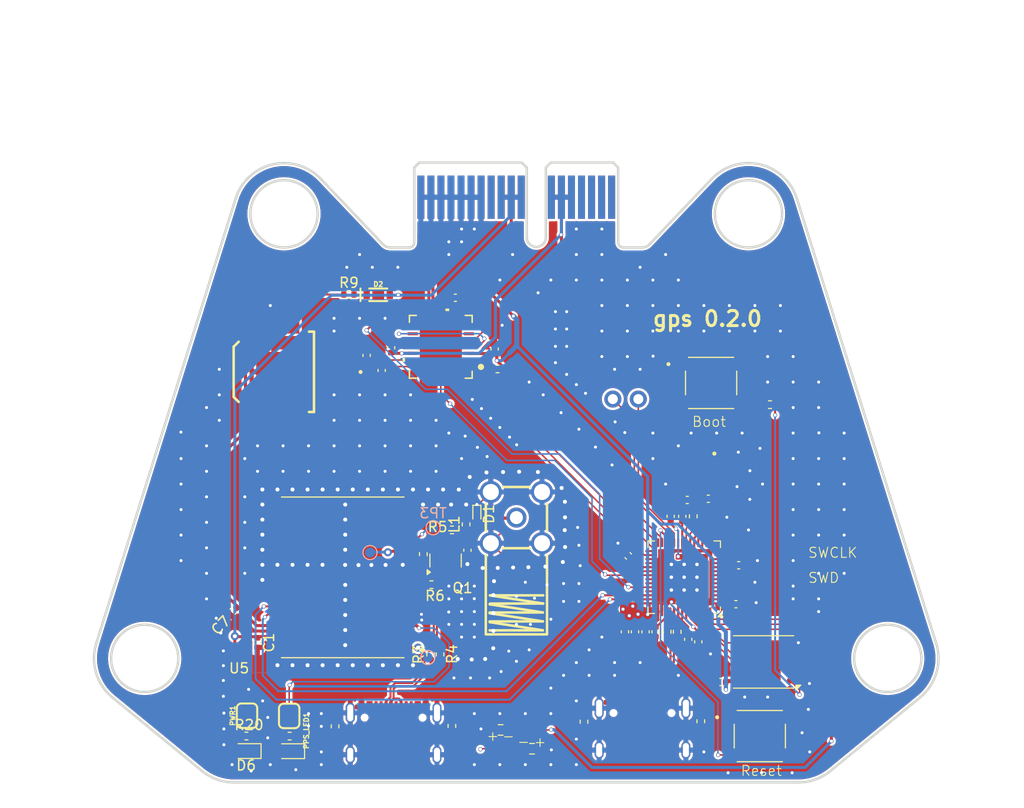
<source format=kicad_pcb>
(kicad_pcb (version 20240108) (generator "pcbnew") (generator_version "8.0")
  (layers (0 "F.Cu" signal) (1 "In1.Cu" signal) (2 "In2.Cu" signal) (31 "B.Cu" signal) (34 "B.Paste" user) (35 "F.Paste" user) (36 "B.SilkS" user "B.Silkscreen") (37 "F.SilkS" user "F.Silkscreen") (38 "B.Mask" user) (39 "F.Mask" user) (44 "Edge.Cuts" user))
  (net 0 "")
  (net 1 "+1.1V")
  (net 3 "CANINT")
  (net 4 "/XIN")
  (net 6 "CS")
  (net 7 "CANSTBY")
  (net 8 "GND")
  (net 9 "USB_D+")
  (net 10 "/XOUT_pre")
  (net 11 "SI")
  (net 12 "SCK")
  (net 13 "SO")
  (net 14 "USB_D-")
  (net 15 "/XOUT")
  (net 16 "OSC1")
  (net 17 "OSC2")
  (net 18 "tx")
  (net 19 "/QSPI_SS")
  (net 20 "/QSPI_SCLK")
  (net 21 "/QSPI_SD1")
  (net 22 "/QSPI_SD0")
  (net 23 "/QSPI_SD3")
  (net 24 "/QSPI_SD2")
  (net 25 "/~{USB_BOOT_S}")
  (net 26 "+3.3V")
  (net 27 "CANRESET")
  (net 28 "rx")
  (net 29 "+5V")
  (net 30 "/SWD")
  (net 31 "/SWCLK")
  (net 32 "/RUN")
  (net 33 "CANN")
  (net 34 "CANP")
  (net 45 "/BACKUP")
  (net 47 "U4_USB_D+")
  (net 48 "Net-(D2-PadC)")
  (net 49 "U4_USB_D-")
  (net 50 "Net-(D3-K)")
  (net 51 "Net-(D4-K)")
  (net 52 "Net-(D5-A)")
  (net 53 "Net-(D6-A)")
  (net 56 "Net-(J2-CC2)")
  (net 57 "Net-(J2-CC1)")
  (net 60 "Net-(PPS_LED1-Pad1)")
  (net 61 "/PLS")
  (net 62 "Net-(PWR1-Pad1)")
  (net 63 "U5_USB_D+")
  (net 64 "U5_USB_D-")
  (net 65 "Net-(U5-VCC_RF)")
  (net 66 "Net-(U5-~{SAFEBOOT})")
  (net 67 "Net-(U5-~{RESET})")
  (net 77 "USART4_TX")
  (net 80 "USART4_RX")
  (net 102 "Net-(Q1-D)")
  (net 103 "Net-(J4-CC2)")
  (net 105 "GPS_USB_D-")
  (net 106 "GPS_USB_D+")
  (net 108 "Net-(J4-CC1)")
  (net 109 "RF_ANT")
  (net 110 "Net-(Q1-S)")
  (net 111 "Net-(Q1-G)")
  (net 112 "Net-(U5-LNA_EN)")
  (net 114 "unconnected-(U4-GPIO0-Pad2)")
  (net 115 "Net-(C22-Pad1)")
  (footprint "Capacitor_SMD:C_0402_1005Metric" (layer "F.Cu") (at 140.349405 74.155002)
    (property "Reference" "C6" (hide yes))
    (property "Value" "100n" (hide yes))
  )
  (footprint "Resistor_SMD:R_0402_1005Metric" (layer "F.Cu") (at 144.548999 81.242298 180)
    (property "Reference" "R15" (hide yes))
    (property "Value" "10k" (hide yes))
  )
  (footprint "Resistor_SMD:R_0402_1005Metric" (layer "F.Cu") (at 140.01 97.27 180)
    (property "Reference" "R5")
    (property "Value" "100R")
  )
  (footprint "Capacitor_SMD:C_0402_1005Metric" (layer "F.Cu") (at 141.55 99.3 -90)
    (property "Reference" "C22")
    (property "Value" "100n")
  )
  (footprint "Capacitor_SMD:C_0402_1005Metric" (layer "F.Cu") (at 164.5425 108.4225 -90)
    (property "Reference" "C8" (hide yes))
    (property "Value" "100n" (hide yes))
  )
  (footprint "Resistor_SMD:R_0603_1608Metric" (layer "F.Cu") (at 147.9804 119.0676)
    (property "Reference" "R10" (hide yes))
    (property "Value" "1k")
  )
  (footprint "LED_SMD:LED_0603_1608Metric" (layer "F.Cu") (at 144.8804 119.0676 180)
    (property "Reference" "D3" (hide yes))
    (property "Value" "LED")
  )
  (footprint "Capacitor_SMD:C_0402_1005Metric" (layer "F.Cu") (at 166.7925 112.4225 180)
    (property "Reference" "C2" (hide yes))
    (property "Value" "100n" (hide yes))
  )
  (footprint "Connector_USB:USB_C_Receptacle_Palconn_UTC16-G" (layer "F.Cu") (at 158.98826 116.96126)
    (property "Reference" "J2" (hide yes))
    (property "Value" "USB_C_Receptacle_USB2.0_16P" (hide yes))
  )
  (footprint "Resistor_SMD:R_0402_1005Metric" (layer "F.Cu") (at 141.42 96.719999 90)
    (property "Reference" "L1")
    (property "Value" "27n >300mA")
  )
  (footprint "Capacitor_SMD:C_0402_1005Metric" (layer "F.Cu") (at 158.237341 107.422024 -90)
    (property "Reference" "C21" (hide yes))
    (property "Value" "100n" (hide yes))
  )
  (footprint "TS-1187A-B-A-B:SW_TS-1187A-B-A-B" (layer "F.Cu") (at 165.82 82.64)
    (property "Reference" "S1" (hide yes))
    (property "Value" "TS-1187A-B-A-B" (hide yes))
  )
  (footprint "Capacitor_SMD:C_0402_1005Metric" (layer "F.Cu") (at 133.0103 81.3953 -90)
    (property "Reference" "C16" (hide yes))
    (property "Value" "22p" (hide yes))
  )
  (footprint "Capacitor_SMD:C_0402_1005Metric" (layer "F.Cu") (at 160.2925 107.4225 -90)
    (property "Reference" "C10" (hide yes))
    (property "Value" "1u" (hide yes))
  )
  (footprint "Diode_SMD:D_SOD-923" (layer "F.Cu") (at 142.494 95.6818 -90)
    (property "Reference" "D1")
    (property "Value" "PESD9R3.3ST5G")
  )
  (footprint "LED_SMD:LED_0603_1608Metric" (layer "F.Cu") (at 147.955102 117.1956)
    (property "Reference" "D4" (hide yes))
    (property "Value" "LED")
  )
  (footprint "LED_SMD:LED_0603_1608Metric" (layer "F.Cu") (at 119.5125 119.3 180)
    (property "Reference" "D6")
    (property "Value" "LED")
  )
  (footprint "Package_SON:WSON-8-1EP_6x5mm_P1.27mm_EP3.4x4.3mm" (layer "F.Cu") (at 171.0425 110.4225 180)
    (property "Reference" "U2" (hide yes))
    (property "Value" "W25Q128JVP" (hide yes))
  )
  (footprint "Capacitor_SMD:C_0402_1005Metric" (layer "F.Cu") (at 118.239411 105.340589 -135)
    (property "Reference" "C7")
    (property "Value" "1u")
  )
  (footprint "Capacitor_SMD:C_0402_1005Metric" (layer "F.Cu") (at 168.566205 100.795462)
    (property "Reference" "C17" (hide yes))
    (property "Value" "100n" (hide yes))
  )
  (footprint "Capacitor_SMD:C_0402_1005Metric" (layer "F.Cu") (at 157.567768 99.861415 135)
    (property "Reference" "C15" (hide yes))
    (property "Value" "100n" (hide yes))
  )
  (footprint "Package_DFN_QFN:QFN-56-1EP_7x7mm_P0.4mm_EP3.2x3.2mm" (layer "F.Cu") (at 163.1425 101.985 180)
    (property "Reference" "U4" (hide yes))
    (property "Value" "RP2040" (hide yes))
  )
  (footprint "Resistor_SMD:R_0402_1005Metric" (layer "F.Cu") (at 137.97 102.73)
    (property "Reference" "R6")
    (property "Value" "2.2k")
  )
  (footprint "Resistor_SMD:R_0402_1005Metric" (layer "F.Cu") (at 123.8455 117.81125)
    (property "Reference" "R22")
    (property "Value" "1k")
  )
  (footprint "Capacitor_SMD:C_0402_1005Metric" (layer "F.Cu") (at 133.952638 79.135395 90)
    (property "Reference" "C14" (hide yes))
    (property "Value" "100n" (hide yes))
  )
  (footprint "MCP25625T_E_ML:QFN28_6X6MC_MCH" (layer "F.Cu") (at 138.898299 79.039325 180)
    (property "Reference" "U3" (hide yes))
    (property "Value" "MCP25625T-E/ML" (hide yes))
  )
  (footprint "Resistor_SMD:R_0402_1005Metric" (layer "F.Cu") (at 137.888 109.676 90)
    (property "Reference" "R3")
    (property "Value" "27")
  )
  (footprint "Capacitor_SMD:C_0402_1005Metric" (layer "F.Cu") (at 161.7925 95.9225 90)
    (property "Reference" "C9" (hide yes))
    (property "Value" "100n" (hide yes))
  )
  (footprint "Capacitor_SMD:C_0402_1005Metric" (layer "F.Cu") (at 131.5103 79.8953 90)
    (property "Reference" "C19" (hide yes))
    (property "Value" "22p" (hide yes))
  )
  (footprint "GPSLIB:SMT-JUMPER_2_NC_TRACE_SILK" (layer "F.Cu") (at 123.8 115.8 90)
    (property "Reference" "PPS_LED1")
    (property "Value" "JUMPER-SMT_2_NC_TRACE_SILK")
  )
  (footprint "Resistor_SMD:R_0402_1005Metric" (layer "F.Cu") (at 161.442683 107.4225 90)
    (property "Reference" "R17" (hide yes))
    (property "Value" "27" (hide yes))
  )
  (footprint "ABM8-272-T3:ABM8-272-T3_ABR" (layer "F.Cu") (at 165.0425 91.6725 -90)
    (property "Reference" "X1" (hide yes))
    (property "Value" "ABM8-272-T3" (hide yes))
  )
  (footprint "Connector_USB:USB_C_Receptacle_Palconn_UTC16-G" (layer "F.Cu") (at 134.2 117.425)
    (property "Reference" "J4" (hide yes))
    (property "Value" "USB_C_Receptacle_USB2.0_16P" (hide yes))
  )
  (footprint "Capacitor_SMD:C_0402_1005Metric" (layer "F.Cu") (at 168.2925 104.6725)
    (property "Reference" "C13" (hide yes))
    (property "Value" "100n" (hide yes))
  )
  (footprint "Capacitor_SMD:C_0402_1005Metric" (layer "F.Cu") (at 163.443553 94.292124 180)
    (property "Reference" "C4" (hide yes))
    (property "Value" "15p" (hide yes))
  )
  (footprint "Capacitor_SMD:C_0402_1005Metric" (layer "F.Cu") (at 159.2925 107.4225 -90)
    (property "Reference" "C12" (hide yes))
    (property "Value" "1u" (hide yes))
  )
  (footprint "X322516MLB4SI:OSC_X322516MLB4SI" (layer "F.Cu") (at 128.8603 80.446777 180)
    (property "Reference" "Y1" (hide yes))
    (property "Value" "X322516MLB4SI" (hide yes))
  )
  (footprint "Capacitor_SMD:C_0402_1005Metric" (layer "F.Cu") (at 163.5425 108.1725 -90)
    (property "Reference" "C11" (hide yes))
    (property "Value" "100n" (hide yes))
  )
  (footprint "Resistor_SMD:R_0402_1005Metric" (layer "F.Cu") (at 162.442683 107.4225 90)
    (property "Reference" "R16" (hide yes))
    (property "Value" "27" (hide yes))
  )
  (footprint "Resistor_SMD:R_0402_1005Metric" (layer "F.Cu") (at 129.75 73.83)
    (property "Reference" "R9")
    (property "Value" "3.3k")
  )
  (footprint "LED_SMD:LED_0603_1608Metric" (layer "F.Cu") (at 123.845499 119.31125 180)
    (property "Reference" "D5")
    (property "Value" "LED")
  )
  (footprint "Capacitor_SMD:C_0402_1005Metric" (layer "F.Cu") (at 144.260129 79.257163 90)
    (property "Reference" "C5" (hide yes))
    (property "Value" "100n" (hide yes))
  )
  (footprint "Resistor_SMD:R_0603_1608Metric" (layer "F.Cu") (at 144.855101 117.195601 180)
    (property "Reference" "R13" (hide yes))
    (property "Value" "1k")
  )
  (footprint "Resistor_SMD:R_0402_1005Metric" (layer "F.Cu") (at 140.0048 116.793 90)
    (property "Reference" "R2" (hide yes))
    (property "Value" "5.1k" (hide yes))
  )
  (footprint "Resistor_SMD:R_0402_1005Metric" (layer "F.Cu") (at 128.3716 116.837 -90)
    (property "Reference" "R1" (hide yes))
    (property "Value" "5.1k" (hide yes))
  )
  (footprint "Package_TO_SOT_SMD:SOT-23" (layer "F.Cu") (at 139.3775 100.32 90)
    (property "Reference" "Q1")
    (property "Value" "IRLML6344")
  )
  (footprint "Capacitor_SMD:C_0402_1005Metric" (layer "F.Cu") (at 120.63 108.5 -90)
    (property "Reference" "C1")
    (property "Value" "100n")
  )
  (footprint "GPSLIB:BAT-SMD_C238096" (layer "F.Cu") (at 122.27 81.52995 -90)
    (property "Reference" "BAT1" (hide yes))
    (property "Value" "2998" (hide yes))
  )
  (footprint "Resistor_SMD:R_0402_1005Metric" (layer "F.Cu") (at 171.685 84.8 180)
    (property "Reference" "R8" (hide yes))
    (property "Value" "1k" (hide yes))
  )
  (footprint "TS-1187A-B-A-B:SW_TS-1187A-B-A-B" (layer "F.Cu") (at 170.67 117.81)
    (property "Reference" "S2" (hide yes))
    (property "Value" "TS-1187A-B-A-B" (hide yes))
  )
  (footprint "GPSLIB:XCVR_NEO-M9N-00B" (layer "F.Cu") (at 129.13 102 180)
    (property "Reference" "U5")
    (property "Value" "NEO-M9N")
  )
  (footprint "Resistor_SMD:R_0402_1005Metric" (layer "F.Cu") (at 137.16 99.69 -90)
    (property "Reference" "R24")
    (property "Value" "10R")
  )
  (footprint "Resistor_SMD:R_0402_1005Metric" (layer "F.Cu") (at 153.162 116.37326 -90)
    (property "Reference" "R11" (hide yes))
    (property "Value" "5.1k" (hide yes))
  )
  (footprint "Capacitor_SMD:C_0402_1005Metric" (layer "F.Cu") (at 157.237341 107.422024 -90)
    (property "Reference" "C20" (hide yes))
    (property "Value" "100n" (hide yes))
  )
  (footprint "Connector_PinHeader_2.54mm:PinHeader_1x02_P2.54mm_Vertical" (layer "F.Cu") (at 158.572 84.245 -90)
    (property "Reference" "J3" (hide yes))
    (property "Value" "Conn_01x02" (hide yes))
  )
  (footprint "Resistor_SMD:R_0402_1005Metric" (layer "F.Cu") (at 119.5375 117.8)
    (property "Reference" "R20")
    (property "Value" "1k")
  )
  (footprint "Resistor_SMD:R_0402_1005Metric" (layer "F.Cu") (at 164.0425 95.9225 90)
    (property "Reference" "R14" (hide yes))
    (property "Value" "1k" (hide yes))
  )
  (footprint "Resistor_SMD:R_0402_1005Metric" (layer "F.Cu") (at 164.7952 116.332 90)
    (property "Reference" "R12" (hide yes))
    (property "Value" "5.1k" (hide yes))
  )
  (footprint "GPSLIB:SMT-JUMPER_2_NC_TRACE_SILK" (layer "F.Cu") (at 119.6 115.779299 90)
    (property "Reference" "PWR1")
    (property "Value" "JUMPER-SMT_2_NC_TRACE_SILK")
  )
  (footprint "Resistor_SMD:R_0402_1005Metric" (layer "F.Cu") (at 138.826 109.674 90)
    (property "Reference" "R4")
    (property "Value" "27")
  )
  (footprint "GPSLIB:SOD-323" (layer "F.Cu") (at 132.668998 73.858991)
    (property "Reference" "D2")
    (property "Value" "0.5A/40V/420mV")
  )
  (footprint "Capacitor_SMD:C_0402_1005Metric" (layer "F.Cu") (at 162.948404 95.924637 90)
    (property "Reference" "C18" (hide yes))
    (property "Value" "100n" (hide yes))
  )
  (footprint "Capacitor_SMD:C_0402_1005Metric" (layer "F.Cu") (at 165.5425 94.1725)
    (property "Reference" "C3" (hide yes))
    (property "Value" "15p" (hide yes))
  )
  (footprint "GPSLIB:SMA-TH_BWSMA-KWE-Z001" (layer "F.Cu") (at 146.43 96.046525 -90)
    (property "Reference" "RF1" (hide yes))
    (property "Value" "BWSMA-KE-P001" (hide yes))
  )
  (footprint "TestPoint:TestPoint_Pad_D1.0mm" (layer "B.Cu") (at 131.85 99.53 180)
    (property "Reference" "TP2")
    (property "Value" "TP_GNSS_RST")
  )
  (footprint "Connector_PCBEdge:BUS_PCIexpress_x1" (layer "B.Cu") (at 136.913 64.138595)
    (property "Reference" "J1" (hide yes))
    (property "Value" "Bus_PCI_Express_x1" (hide yes))
    (fp_line (start -0.65 -2.95) (end -0.65 4.506267) (stroke (width 0.25)) (layer "Edge.Cuts"))
    (fp_line (start -0.15 -3.45) (end -0.65 -2.95) (stroke (width 0.25)) (layer "Edge.Cuts"))
    (fp_line (start 10.05 -3.45) (end -0.15 -3.45) (stroke (width 0.25)) (layer "Edge.Cuts"))
    (fp_line (start 10.05 -3.45) (end 10.55 -2.95) (stroke (width 0.25)) (layer "Edge.Cuts"))
    (fp_line (start 10.55 -2.95) (end 10.55 4) (stroke (width 0.25)) (layer "Edge.Cuts"))
    (fp_line (start 12.45 -2.95) (end 12.45 4) (stroke (width 0.25)) (layer "Edge.Cuts"))
    (fp_line (start 12.95 -3.45) (end 12.45 -2.95) (stroke (width 0.25)) (layer "Edge.Cuts"))
    (fp_line (start 19.15 -3.45) (end 12.95 -3.45) (stroke (width 0.25)) (layer "Edge.Cuts"))
    (fp_line (start 19.15 -3.45) (end 19.65 -2.95) (stroke (width 0.25)) (layer "Edge.Cuts"))
    (fp_line (start 19.65 4.506267) (end 19.65 -2.95) (stroke (width 0.25)) (layer "Edge.Cuts"))
    (fp_arc (start 12.45 4) (mid 11.5 4.95) (end 10.55 4) (stroke (width 0.25)) (layer "Edge.Cuts"))
  )
  (footprint "TestPoint:TestPoint_Pad_D1.0mm" (layer "B.Cu") (at 138.13 97.06 180)
    (property "Reference" "TP3")
    (property "Value" "TP_VCC_RF")
  )
  (footprint "TestPoint:TestPoint_Pad_D1.0mm" (layer "B.Cu") (at 137.6 109.98 180)
    (property "Reference" "TP1")
    (property "Value" "TP_GNSS_SAFEBOOT")
  )
  (gr_line (start 159.678146 68.835513) (end 165.883818 62.312636) (stroke (width 0.25)) (layer "Edge.Cuts"))
  (gr_line (start 133.143972 68.831791) (end 126.941843 62.312637) (stroke (width 0.25)) (layer "Edge.Cuts"))
  (gr_line (start 174.511605 122.419976) (end 118.31403 122.419976) (stroke (width 0.25)) (layer "Edge.Cuts"))
  (gr_circle (center 183.413305 110.068595) (end 180.063305 110.068595) (stroke (width 0.25)) (fill none) (layer "Edge.Cuts"))
  (gr_arc (start 159.678146 68.835513) (mid 159.347804 69.065283) (end 158.95364 69.146243) (stroke (width 0.25)) (layer "Edge.Cuts"))
  (gr_arc (start 188.23235 108.558858) (mid 188.252259 111.513246) (end 186.615928 113.973169) (stroke (width 0.25)) (layer "Edge.Cuts"))
  (gr_line (start 133.87203 69.146243) (end 135.755183 69.146243) (stroke (width 0.25)) (layer "Edge.Cuts"))
  (gr_arc (start 118.31403 122.419976) (mid 116.613396 122.125003) (end 115.111431 121.274551) (stroke (width 0.25)) (layer "Edge.Cuts"))
  (gr_line (start 158.95364 69.146243) (end 157.070478 69.146243) (stroke (width 0.25)) (layer "Edge.Cuts"))
  (gr_line (start 186.615928 113.973169) (end 177.714231 121.274549) (stroke (width 0.25)) (layer "Edge.Cuts"))
  (gr_arc (start 133.87203 69.146243) (mid 133.475493 69.064276) (end 133.143972 68.831791) (stroke (width 0.25)) (layer "Edge.Cuts"))
  (gr_arc (start 165.883818 62.312636) (mid 170.686181 60.874652) (end 174.361605 64.283721) (stroke (width 0.25)) (layer "Edge.Cuts"))
  (gr_arc (start 118.464055 64.28372) (mid 122.13948 60.874652) (end 126.941843 62.312637) (stroke (width 0.25)) (layer "Edge.Cuts"))
  (gr_circle (center 109.412355 110.068595) (end 106.062355 110.068595) (stroke (width 0.25)) (fill none) (layer "Edge.Cuts"))
  (gr_arc (start 136.255183 68.646276) (mid 136.108734 68.999813) (end 135.755183 69.146243) (stroke (width 0.25)) (layer "Edge.Cuts"))
  (gr_line (start 174.361606 64.283721) (end 188.23235 108.558858) (stroke (width 0.25)) (layer "Edge.Cuts"))
  (gr_circle (center 169.54256 65.793456) (end 166.19256 65.793456) (stroke (width 0.25)) (fill none) (layer "Edge.Cuts"))
  (gr_circle (center 123.2831 65.793456) (end 119.9331 65.793456) (stroke (width 0.25)) (fill none) (layer "Edge.Cuts"))
  (gr_line (start 106.209767 113.973198) (end 115.111431 121.274551) (stroke (width 0.25)) (layer "Edge.Cuts"))
  (gr_arc (start 157.070478 69.146243) (mid 156.716924 68.999796) (end 156.570477 68.646242) (stroke (width 0.25)) (layer "Edge.Cuts"))
  (gr_line (start 118.464054 64.28372) (end 104.588376 108.574607) (stroke (width 0.25)) (layer "Edge.Cuts"))
  (gr_arc (start 106.209767 113.973198) (mid 104.575789 111.521169) (end 104.588376 108.574607) (stroke (width 0.25)) (layer "Edge.Cuts"))
  (gr_arc (start 177.714231 121.274549) (mid 176.212253 122.125005) (end 174.511605 122.419976) (stroke (width 0.25)) (layer "Edge.Cuts"))
  (gr_text "Reset" (at 170.822499 121.85 0) (layer "F.SilkS") (effects (font (size 1 1) (thickness 0.1)) (justify bottom)))
  (gr_text "gps 0.2.0" (at 159.866 77.123 0) (layer "F.SilkS") (effects (font (size 1.5 1.5) (thickness 0.3) (bold yes)) (justify left bottom)))
  (gr_text "Boot" (at 165.62 87.09 0) (layer "F.SilkS") (effects (font (size 1 1) (thickness 0.1)) (justify bottom)))
  (gr_text "SWD" (at 175.42 102.629998 0) (layer "F.SilkS") (effects (font (size 1 1) (thickness 0.1)) (justify left bottom)))
  (gr_text "SWCLK" (at 175.42 100.129998 0) (layer "F.SilkS") (effects (font (size 1 1) (thickness 0.1)) (justify left bottom)))
  (segment (start 162.5425 97.366166) (end 162.5425 98.5475) (width 0.15) (layer "F.Cu") (net 1))
  (segment (start 160.35636 106.9425) (end 160.2925 106.9425) (width 0.2) (layer "F.Cu") (net 1))
  (segment (start 161.3425 105.95636) (end 160.35636 106.9425) (width 0.2) (layer "F.Cu") (net 1))
  (segment (start 161.7925 96.6725) (end 161.7925 96.4025) (width 0.2) (layer "F.Cu") (net 1))
  (segment (start 162.320667 97.144333) (end 162.5425 97.366166) (width 0.15) (layer "F.Cu") (net 1))
  (segment (start 162.264333 97.144333) (end 161.7925 96.6725) (width 0.2) (layer "F.Cu") (net 1))
  (segment (start 164.0425 106.9225) (end 164.5425 107.4225) (width 0.2) (layer "F.Cu") (net 1))
  (segment (start 163.3425 106.2225) (end 164.0425 106.9225) (width 0.2) (layer "F.Cu") (net 1))
  (segment (start 162.320667 97.144333) (end 162.264333 97.144333) (width 0.15) (layer "F.Cu") (net 1))
  (segment (start 163.3425 105.4225) (end 163.3425 106.2225) (width 0.2) (layer "F.Cu") (net 1))
  (segment (start 161.3425 104.8725) (end 161.759008 104.455992) (width 0.2) (layer "F.Cu") (net 1))
  (segment (start 161.3425 105.4225) (end 161.3425 104.8725) (width 0.2) (layer "F.Cu") (net 1))
  (segment (start 164.5425 107.4225) (end 164.5425 107.9425) (width 0.2) (layer "F.Cu") (net 1))
  (segment (start 161.3425 105.4225) (end 161.3425 105.95636) (width 0.2) (layer "F.Cu") (net 1))
  (segment (start 161.759008 104.455992) (end 161.872677 104.455992) (width 0.2) (layer "F.Cu") (net 1))
  (via (at 164.0425 106.9225) (size 0.4) (drill 0.3) (layers "F.Cu" "B.Cu") (net 1))
  (via (at 162.5425 99.9225) (size 0.4) (drill 0.3) (layers "F.Cu" "B.Cu") (net 1))
  (via (at 162.320667 97.144333) (size 0.4) (drill 0.3) (layers "F.Cu" "B.Cu") (net 1))
  (via (at 161.872677 104.455992) (size 0.4) (drill 0.3) (layers "F.Cu" "B.Cu") (net 1))
  (segment (start 161.872677 104.752677) (end 164.0425 106.9225) (width 0.2) (layer "B.Cu") (net 1))
  (segment (start 162.5425 97.366166) (end 162.320667 97.144333) (width 0.2) (layer "B.Cu") (net 1))
  (segment (start 162.5425 99.9225) (end 162.5425 97.366166) (width 0.2) (layer "B.Cu") (net 1))
  (segment (start 161.872677 104.455992) (end 161.872677 104.752677) (width 0.2) (layer "B.Cu") (net 1))
  (segment (start 138.898299 83.772299) (end 138.898299 81.833325) (width 0.15) (layer "F.Cu") (net 3))
  (segment (start 157.346992 101.785) (end 155.338 101.785) (width 0.15) (layer "F.Cu") (net 3))
  (segment (start 155.338 101.785) (end 155.264 101.711) (width 0.15) (layer "F.Cu") (net 3))
  (segment (start 157.346992 101.785) (end 159.705 101.785) (width 0.15) (layer "F.Cu") (net 3))
  (segment (start 139.828 84.702) (end 138.898299 83.772299) (width 0.15) (layer "F.Cu") (net 3))
  (via (at 139.828 84.702) (size 0.4) (drill 0.3) (layers "F.Cu" "B.Cu") (net 3))
  (via (at 155.264 101.711) (size 0.4) (drill 0.3) (layers "F.Cu" "B.Cu") (net 3))
  (segment (start 150.2462 90.353) (end 153.961 94.0678) (width 0.15) (layer "B.Cu") (net 3))
  (segment (start 153.961 94.0678) (end 153.961 100.408) (width 0.15) (layer "B.Cu") (net 3))
  (segment (start 153.961 100.408) (end 155.264 101.711) (width 0.15) (layer "B.Cu") (net 3))
  (segment (start 145.479 90.353) (end 150.2462 90.353) (width 0.15) (layer "B.Cu") (net 3))
  (segment (start 139.828 84.702) (end 145.479 90.353) (width 0.15) (layer "B.Cu") (net 3))
  (segment (start 165.0625 94.1725) (end 165.0625 91.252501) (width 0.15) (layer "F.Cu") (net 4))
  (segment (start 165.0625 94.1725) (end 165.0425 94.1925) (width 0.15) (layer "F.Cu") (net 4))
  (segment (start 165.0625 91.252501) (end 165.442502 90.872499) (width 0.15) (layer "F.Cu") (net 4))
  (segment (start 165.0425 96.335747) (end 163.7425 97.635747) (width 0.15) (layer "F.Cu") (net 4))
  (segment (start 163.7425 97.635747) (end 163.7425 98.5475) (width 0.15) (layer "F.Cu") (net 4))
  (segment (start 165.0425 94.1925) (end 165.0425 96.335747) (width 0.15) (layer "F.Cu") (net 4))
  (segment (start 165.442502 90.872499) (end 166.1425 90.872499) (width 0.15) (layer "F.Cu") (net 4))
  (segment (start 142.889326 80.989326) (end 160.4475 98.5475) (width 0.15) (layer "F.Cu") (net 6))
  (segment (start 160.4475 98.5475) (end 160.5425 98.5475) (width 0.15) (layer "F.Cu") (net 6))
  (segment (start 141.692299 80.989326) (end 142.889326 80.989326) (width 0.15) (layer "F.Cu") (net 6))
  (segment (start 131.5103 77.3953) (end 131.816276 77.089324) (width 0.2) (layer "F.Cu") (net 7))
  (segment (start 131.816276 77.089324) (end 136.104299 77.089324) (width 0.2) (layer "F.Cu") (net 7))
  (segment (start 157.715 102.985) (end 159.705 102.985) (width 0.15) (layer "F.Cu") (net 7))
  (via (at 131.5103 77.3953) (size 0.4) (drill 0.3) (layers "F.Cu" "B.Cu") (net 7))
  (via (at 157.585 102.98) (size 0.4) (drill 0.3) (layers "F.Cu" "B.Cu") (net 7))
  (segment (start 157.555 102.98) (end 154.718 100.143) (width 0.15) (layer "B.Cu") (net 7))
  (segment (start 157.585 102.98) (end 157.555 102.98) (width 0.15) (layer "B.Cu") (net 7))
  (segment (start 137.385093 83.270093) (end 131.5103 77.3953) (width 0.15) (layer "B.Cu") (net 7))
  (segment (start 145.9928 89.7128) (end 139.550093 83.270093) (width 0.15) (layer "B.Cu") (net 7))
  (segment (start 139.550093 83.270093) (end 137.385093 83.270093) (width 0.15) (layer "B.Cu") (net 7))
  (segment (start 154.718 100.143) (end 154.718 93.7072) (width 0.15) (layer "B.Cu") (net 7))
  (segment (start 154.718 93.7072) (end 150.7236 89.7128) (width 0.15) (layer "B.Cu") (net 7))
  (segment (start 150.7236 89.7128) (end 145.9928 89.7128) (width 0.15) (layer "B.Cu") (net 7))
  (segment (start 135.13 102.4) (end 135.928 102.4) (width 0.3) (layer "F.Cu") (net 8))
  (segment (start 162.948404 95.444637) (end 162.814637 95.444637) (width 0.3) (layer "F.Cu") (net 8))
  (segment (start 174.5025 108.5175) (end 174.51 108.51) (width 0.15) (layer "F.Cu") (net 8))
  (segment (start 144.030101 117.195601) (end 143.002001 117.195601) (width 0.15) (layer "F.Cu") (net 8))
  (segment (start 157.228357 99.522004) (end 157.228357 99.279837) (width 0.2) (layer "F.Cu") (net 8))
  (segment (start 142.494 94.882565) (end 143.88015 93.496415) (width 0.15) (layer "F.Cu") (net 8))
  (segment (start 164.1425 98.5475) (end 164.1425 98.0725) (width 0.2) (layer "F.Cu") (net 8))
  (segment (start 142.494 94.869) (end 142.494 95.299) (width 0.15) (layer "F.Cu") (net 8))
  (segment (start 149.8016 119.0676) (end 149.9108 119.1768) (width 0.15) (layer "F.Cu") (net 8))
  (segment (start 142.486 94.75) (end 141.43 94.75) (width 0.15) (layer "F.Cu") (net 8))
  (segment (start 164.1425 90.622499) (end 163.9925 90.622499) (width 0.15) (layer "F.Cu") (net 8))
  (segment (start 148.8054 119.0676) (end 149.8016 119.0676) (width 0.15) (layer "F.Cu") (net 8))
  (segment (start 157.228357 99.279837) (end 156.5425 98.59398) (width 0.2) (layer "F.Cu") (net 8))
  (segment (start 173.7425 108.5175) (end 174.5025 108.5175) (width 0.15) (layer "F.Cu") (net 8))
  (segment (start 136.615375 79.039325) (end 139.409375 79.039325) (width 0.3) (layer "F.Cu") (net 8))
  (segment (start 143.002001 117.195601) (end 142.9004 117.094) (width 0.15) (layer "F.Cu") (net 8))
  (segment (start 138.417365 80.582234) (end 138.417365 80.353023) (width 0.2) (layer "F.Cu") (net 8))
  (segment (start 164.7925 97.4225) (end 165.0425 97.4225) (width 0.2) (layer "F.Cu") (net 8))
  (segment (start 142.494 95.299) (end 142.494 94.882565) (width 0.15) (layer "F.Cu") (net 8))
  (segment (start 142.913 64.138595) (end 139.913 64.138595) (width 0.5) (layer "F.Cu") (net 8))
  (segment (start 138.521 119.486) (end 138.5395 119.5045) (width 0.2) (layer "F.Cu") (net 8))
  (segment (start 135.928 102.4) (end 136.7028 103.1748) (width 0.3) (layer "F.Cu") (net 8))
  (segment (start 143.88015 98.58825) (end 145.1356 97.3328) (width 0.15) (layer "F.Cu") (net 8))
  (segment (start 143.88015 98.596385) (end 145.359765 100.076) (width 0.15) (layer "F.Cu") (net 8))
  (segment (start 163.30926 119.02226) (end 163.32776 119.04076) (width 0.2) (layer "F.Cu") (net 8))
  (segment (start 142.494 94.742) (end 142.486 94.75) (width 0.15) (layer "F.Cu") (net 8))
  (segment (start 143.88015 98.596385) (end 143.88015 98.58825) (width 0.15) (layer "F.Cu") (net 8))
  (segment (start 162.814637 95.444637) (end 162.0425 94.6725) (width 0.3) (layer "F.Cu") (net 8))
  (segment (start 164.1425 98.0725) (end 164.7925 97.4225) (width 0.2) (layer "F.Cu") (net 8))
  (via (at 113.03 95.25) (size 0.4) (drill 0.3) (layers "F.Cu" "B.Cu") (net 8))
  (via (at 136.13 93.25) (size 0.8) (drill 0.4) (layers "F.Cu" "B.Cu") (net 8))
  (via (at 127 120.65) (size 0.4) (drill 0.3) (layers "F.Cu" "B.Cu") (net 8))
  (via (at 139.7 104.14) (size 0.4) (drill 0.3) (layers "F.Cu" "B.Cu") (net 8))
  (via (at 152.654 104.394) (size 0.4) (drill 0.3) (layers "F.Cu" "B.Cu") (net 8))
  (via (at 129.38 107.25) (size 0.8) (drill 0.4) (layers "F.Cu" "B.Cu") (net 8))
  (via (at 170.434 100.33) (size 0.4) (drill 0.3) (layers "F.Cu" "B.Cu") (net 8))
  (via (at 150.3172 77.2668) (size 0.4) (drill 0.3) (layers "F.Cu" "B.Cu") (net 8))
  (via (at 139.13 93.25) (size 0.8) (drill 0.4) (layers "F.Cu" "B.Cu") (net 8))
  (via (at 133.35 83.82) (size 0.4) (drill 0.3) (layers "F.Cu" "B.Cu") (net 8))
  (via (at 161.860553 103.259734) (size 0.5) (drill 0.35) (layers "F.Cu" "B.Cu") (net 8))
  (via (at 113.03 90.17) (size 0.4) (drill 0.3) (layers "F.Cu" "B.Cu") (net 8))
  (via (at 164.410553 103.259734) (size 0.5) (drill 0.35) (layers "F.Cu" "B.Cu") (net 8))
  (via (at 148.57 91.51) (size 0.8) (drill 0.4) (layers "F.Cu" "B.Cu") (net 8))
  (via (at 162.56 72.39) (size 0.4) (drill 0.3) (layers "F.Cu" "B.Cu") (net 8))
  (via (at 150.93 93.1) (size 0.8) (drill 0.4) (layers "F.Cu" "B.Cu") (net 8))
  (via (at 130.81 86.36) (size 0.4) (drill 0.3) (layers "F.Cu" "B.Cu") (net 8))
  (via (at 115.57 88.9) (size 0.4) (drill 0.3) (layers "F.Cu" "B.Cu") (net 8))
  (via (at 156.5425 98.59398) (size 0.4) (drill 0.3) (layers "F.Cu" "B.Cu") (net 8))
  (via (at 153.67 109.22) (size 0.4) (drill 0.3) (layers "F.Cu" "B.Cu") (net 8))
  (via (at 162.56 88.9) (size 0.4) (drill 0.3) (layers "F.Cu" "B.Cu") (net 8))
  (via (at 115.57 104.14) (size 0.4) (drill 0.3) (layers "F.Cu" "B.Cu") (net 8))
  (via (at 117.2972 118.6688) (size 0.4) (drill 0.3) (layers "F.Cu" "B.Cu") (net 8))
  (via (at 150.876 85.598) (size 0.4) (drill 0.3) (layers "F.Cu" "B.Cu") (net 8))
  (via (at 176.552855 87.609081) (size 0.4) (drill 0.3) (layers "F.Cu" "B.Cu") (net 8))
  (via (at 165.1 74.93) (size 0.4) (drill 0.3) (layers "F.Cu" "B.Cu") (net 8))
  (via (at 119.38 93.98) (size 0.4) (drill 0.3) (layers "F.Cu" "B.Cu") (net 8))
  (via (at 149.86 115.57) (size 0.4) (drill 0.3) (layers "F.Cu" "B.Cu") (net 8))
  (via (at 160.02 87.63) (size 0.4) (drill 0.3) (layers "F.Cu" "B.Cu") (net 8))
  (via (at 163.135553 101.984734) (size 0.5) (drill 0.35) (layers "F.Cu" "B.Cu") (net 8))
  (via (at 121.13 100.75) (size 0.8) (drill 0.4) (layers "F.Cu" "B.Cu") (net 8))
  (via (at 140.97 105.41) (size 0.4) (drill 0.3) (layers "F.Cu" "B.Cu") (net 8))
  (via (at 164.410553 101.984734) (size 0.5) (drill 0.35) (layers "F.Cu" "B.Cu") (net 8))
  (via (at 140.97 68.58) (size 0.4) (drill 0.3) (layers "F.Cu" "B.Cu") (net 8))
  (via (at 160.02 77.47) (size 0.4) (drill 0.3) (layers "F.Cu" "B.Cu") (net 8))
  (via (at 179.07 92.71) (size 0.4) (drill 0.3) (layers "F.Cu" "B.Cu") (net 8))
  (via (at 179.07 97.79) (size 0.4) (drill 0.3) (layers "F.Cu" "B.Cu") (net 8))
  (via (at 151.13 111.76) (size 0.4) (drill 0.3) (layers "F.Cu" "B.Cu") (net 8))
  (via (at 141.98 110.18) (size 0.8) (drill 0.4) (layers "F.Cu" "B.Cu") (net 8))
  (via (at 164.410553 100.709734) (size 0.5) (drill 0.35) (layers "F.Cu" "B.Cu") (net 8))
  (via (at 143.45 91.55) (size 0.8) (drill 0.4) (layers "F.Cu" "B.Cu") (net 8))
  (via (at 147.32 120.65) (size 0.4) (drill 0.3) (layers "F.Cu" "B.Cu") (net 8))
  (via (at 167.513 121.4628) (size 0.4) (drill 0.3) (layers "F.Cu" "B.Cu") (net 8))
  (via (at 161.860553 100.709734) (size 0.5) (drill 0.35) (layers "F.Cu" "B.Cu") (net 8))
  (via (at 139.7 68.58) (size 0.4) (drill 0.3) (layers "F.Cu" "B.Cu") (net 8))
  (via (at 143.32 110.13) (size 0.8) (drill 0.4) (layers "F.Cu" "B.Cu") (net 8))
  (via (at 154.94 69.85) (size 0.4) (drill 0.3) (layers "F.Cu" "B.Cu") (net 8))
  (via (at 144.14 105.56) (size 0.8) (drill 0.4) (layers "F.Cu" "B.Cu") (net 8))
  (via (at 142.24 67.31) (size 0.4) (drill 0.3) (layers "F.Cu" "B.Cu") (net 8))
  (via (at 140.97 106.68) (size 0.4) (drill 0.3) (layers "F.Cu" "B.Cu") (net 8))
  (via (at 129.38 99.25) (size 0.8) (drill 0.4) (layers "F.Cu" "B.Cu") (net 8))
  (via (at 170.688 89.154) (size 0.4) (drill 0.3) (layers "F.Cu" "B.Cu") (net 8))
  (via (at 116.5352 106.0704) (size 0.4) (drill 0.3) (layers "F.Cu" "B.Cu") (net 8))
  (via (at 138.43 88.9) (size 0.4) (drill 0.3) (layers "F.Cu" "B.Cu") (net 8))
  (via (at 121.13 96.25) (size 0.8) (drill 0.4) (layers "F.Cu" "B.Cu") (net 8))
  (via (at 116.84 86.36) (size 0.4) (drill 0.3) (layers "F.Cu" "B.Cu") (net 8))
  (via (at 146.431 106.68) (size 0.4) (drill 0.3) (layers "F.Cu" "B.Cu") (net 8))
  (via (at 134.63 110.75) (size 0.8) (drill 0.4) (layers "F.Cu" "B.Cu") (net 8))
  (via (at 176.53 82.55) (size 0.4) (drill 0.3) (layers "F.Cu" "B.Cu") (net 8))
  (via (at 176.53 92.71) (size 0.4) (drill 0.3) (layers "F.Cu" "B.Cu") (net 8))
  (via (at 128.63 110.75) (size 0.8) (drill 0.4) (layers "F.Cu" "B.Cu") (net 8))
  (via (at 142.24 105.41) (size 0.4) (drill 0.3) (layers "F.Cu" "B.Cu") (net 8))
  (via (at 136.997 106.251) (size 0.4) (drill 0.3) (layers "F.Cu" "B.Cu") (net 8))
  (via (at 151.4348 75.5396) (size 0.4) (drill 0.3) (layers "F.Cu" "B.Cu") (net 8))
  (via (at 179.07 101.6) (size 0.4) (drill 0.3) (layers "F.Cu" "B.Cu") (net 8))
  (via (at 176.53 95.25) (size 0.4) (drill 0.3) (layers "F.Cu" "B.Cu") (net 8))
  (via (at 160.02 74.93) (size 0.4) (drill 0.3) (layers "F.Cu" "B.Cu") (net 8))
  (via (at 124.13 110.75) (size 0.8) (drill 0.4) (layers "F.Cu" "B.Cu") (net 8))
  (via (at 133.13 93.25) (size 0.8) (drill 0.4) (layers "F.Cu" "B.Cu") (net 8))
  (via (at 172.72 74.93) (size 0.4) (drill 0.3) (layers "F.Cu" "B.Cu") (net 8))
  (via (at 119.38 99.06) (size 0.4) (drill 0.3) (layers "F.Cu" "B.Cu") (net 8))
  (via (at 162.56 74.93) (size 0.4) (drill 0.3) (layers "F.Cu" "B.Cu") (net 8))
  (via (at 117.2464 110.7948) (size 0.4) (drill 0.3) (layers "F.Cu" "B.Cu") (net 8))
  (via (at 154.94 67.31) (size 0.4) (drill 0.3) (layers "F.Cu" "B.Cu") (net 8))
  (via (at 121.666 117.983) (size 0.4) (drill 0.3) (layers "F.Cu" "B.Cu") (net 8))
  (via (at 130.13 93.25) (size 0.8) (drill 0.4) (layers "F.Cu" "B.Cu") (net 8))
  (via (at 149.86 120.65) (size 0.4) (drill 0.3) (layers "F.Cu" "B.Cu") (net 8))
  (via (at 122.63 100.75) (size 0.8) (drill 0.4) (layers "F.Cu" "B.Cu") (net 8))
  (via (at 131.63 93.25) (size 0.8) (drill 0.4) (layers "F.Cu" "B.Cu") (net 8))
  (via (at 154.94 77.47) (size 0.4) (drill 0.3) (layers "F.Cu" "B.Cu") (net 8))
  (via (at 146.05 69.85) (size 0.4) (drill 0.3) (layers "F.Cu" "B.Cu") (net 8))
  (via (at 175.641 119.38) (size 0.4) (drill 0.3) (layers "F.Cu" "B.Cu") (net 8))
  (via (at 125.63 110.75) (size 0.8) (drill 0.4) (layers "F.Cu" "B.Cu") (net 8))
  (via (at 117.2464 113.8428) (size 0.4) (drill 0.3) (layers "F.Cu" "B.Cu") (net 8))
  (via (at 174.879 117.475) (size 0.4) (drill 0.3) (layers "F.Cu" "B.Cu") (net 8))
  (via (at 142.24 102.87) (size 0.4) (drill 0.3) (layers "F.Cu" "B.Cu") (net 8))
  (via (at 142.24 106.68) (size 0.4) (drill 0.3) (layers "F.Cu" "B.Cu") (net 8))
  (via (at 115.57 101.6) (size 0.4) (drill 0.3) (layers "F.Cu" "B.Cu") (net 8))
  (via (at 137.13 94.75) (size 0.8) (drill 0.4) (layers "F.Cu" "B.Cu") (net 8))
  (via (at 130.81 91.44) (size 0.4) (drill 0.3) (layers "F.Cu" "B.Cu") (net 8))
  (via (at 140.97 67.31) (size 0.4) (drill 0.3) (layers "F.Cu" "B.Cu") (net 8))
  (via (at 143.8656 86.1568) (size 0.4) (drill 0.3) (layers "F.Cu" "B.Cu") (net 8))
  (via (at 151.4348 77.2668) (size 0.4) (drill 0.3) (layers "F.Cu" "B.Cu") (net 8))
  (via (at 140.97 107.95) (size 0.4) (drill 0.3) (layers "F.Cu" "B.Cu") (net 8))
  (via (at 151.27 96.02) (size 0.8) (drill 0.4) (layers "F.Cu" "B.Cu") (net 8))
  (via (at 125.63 93.25) (size 0.8) (drill 0.4) (layers "F.Cu" "B.Cu") (net 8))
  (via (at 116.9924 107.5436) (size 0.4) (drill 0.3) (layers "F.Cu" "B.Cu") (net 8))
  (via (at 142.24 120.65) (size 0.4) (drill 0.3) (layers "F.Cu" "B.Cu") (net 8))
  (via (at 149.479 102.743) (size 0.4) (drill 0.3) (layers "F.Cu" "B.Cu") (net 8))
  (via (at 121.666 115.951) (size 0.4) (drill 0.3) (layers "F.Cu" "B.Cu") (net 8))
  (via (at 138.43 86.36) (size 0.4) (drill 0.3) (layers "F.Cu" "B.Cu") (net 8))
  (via (at 176.53 85.09) (size 0.4) (drill 0.3) (layers "F.Cu" "B.Cu") (net 8))
  (via (at 152.781 100.838) (size 0.4) (drill 0.3) (layers "F.Cu" "B.Cu") (net 8))
  (via (at 162.56 77.47) (size 0.4) (drill 0.3) (layers "F.Cu" "B.Cu") (net 8))
  (via (at 130.81 69.85) (size 0.4) (drill 0.3) (layers "F.Cu" "B.Cu") (net 8))
  (via (at 139.689137 105.453128) (size 0.4) (drill 0.3) (layers "F.Cu" "B.Cu") (net 8))
  (via (at 173.99 100.33) (size 0.4) (drill 0.3) (layers "F.Cu" "B.Cu") (net 8))
  (via (at 133.4 100.76) (size 0.8) (drill 0.4) (layers "F.Cu" "B.Cu") (net 8))
  (via (at 156.2608 86.5124) (size 0.4) (drill 0.3) (layers "F.Cu" "B.Cu") (net 8))
  (via (at 141.43 94.75) (size 0.8) (drill 0.4) (layers "F.Cu" "B.Cu") (net 8))
  (via (at 156.21 111.76) (size 0.4) (drill 0.3) (layers "F.Cu" "B.Cu") (net 8))
  (via (at 144.78 115.57) (size 0.4) (drill 0.3) (layers "F.Cu" "B.Cu") (net 8))
  (via (at 169.164 113.919) (size 0.4) (drill 0.3) (layers "F.Cu" "B.Cu") (net 8))
  (via (at 117.2972 115.5192) (size 0.4) (drill 0.3) (layers "F.Cu" "B.Cu") (net 8))
  (via (at 127.13 93.25) (size 0.8) (drill 0.4) (layers "F.Cu" "B.Cu") (net 8))
  (via (at 151.26 94.47) (size 0.8) (drill 0.4) (layers "F.Cu" "B.Cu") (net 8))
  (via (at 173.99 102.87) (size 0.4) (drill 0.3) (layers "F.Cu" "B.Cu") (net 8))
  (via (at 133.35 76.2) (size 0.4) (drill 0.3) (layers "F.Cu" "B.Cu") (net 8))
  (via (at 170.8404 121.4628) (size 0.4) (drill 0.3) (layers "F.Cu" "B.Cu") (net 8))
  (via (at 161.29 92.71) (size 0.4) (drill 0.3) (layers "F.Cu" "B.Cu") (net 8))
  (via (at 133.13 110.75) (size 0.8) (drill 0.4) (layers "F.Cu" "B.Cu") (net 8))
  (via (at 117.2972 117.094) (size 0.4) (drill 0.3) (layers "F.Cu" "B.Cu") (net 8))
  (via (at 125.73 116.7892) (size 0.4) (drill 0.3) (layers "F.Cu" "B.Cu") (net 8))
  (via (at 128.27 77.47) (size 0.4) (drill 0.3) (layers "F.Cu" "B.Cu") (net 8))
  (via (at 125.63 100.75) (size 0.8) (drill 0.4) (layers "F.Cu" "B.Cu") (net 8))
  (via (at 173.8884 121.4628) (size 0.4) (drill 0.3) (layers "F.Cu" "B.Cu") (net 8))
  (via (at 150.3172 78.994) (size 0.4) (drill 0.3) (layers "F.Cu" "B.Cu") (net 8))
  (via (at 172.72 77.47) (size 0.4) (drill 0.3) (layers "F.Cu" "B.Cu") (net 8))
  (via (at 127 116.84) (size 0.4) (drill 0.3) (layers "F.Cu" "B.Cu") (net 8))
  (via (at 179.07 90.17) (size 0.4) (drill 0.3) (layers "F.Cu" "B.Cu") (net 8))
  (via (at 127 119.38) (size 0.4) (drill 0.3) (layers "F.Cu" "B.Cu") (net 8))
  (via (at 152.4 72.39) (size 0.4) (drill 0.3) (layers "F.Cu" "B.Cu") (net 8))
  (via (at 139.93 94.75) (size 0.8) (drill 0.4) (layers "F.Cu" "B.Cu") (net 8))
  (via (at 152.4 82.804) (size 0.4) (drill 0.3) (layers "F.Cu" "B.Cu") (net 8))
  (via (at 179.07 87.63) (size 0.4) (drill 0.3) (layers "F.Cu" "B.Cu") (net 8))
  (via (at 157.48 74.93) (size 0.4) (drill 0.3) (layers "F.Cu" "B.Cu") (net 8))
  (via (at 146.431 110.363) (size 0.4) (drill 0.3) (layers "F.Cu" "B.Cu") (net 8))
  (via (at 163.135553 100.709734) (size 0.5) (drill 0.35) (layers "F.Cu" "B.Cu") (net 8))
  (via (at 158.75 81.28) (size 0.4) (drill 0.3) (layers "F.Cu" "B.Cu") (net 8))
  (via (at 142.9004 117.094) (size 0.4) (drill 0.3) (layers "F.Cu" "B.Cu") (net 8))
  (via (at 150.3172 75.5396) (size 0.4) (drill 0.3) (layers "F.Cu" "B.Cu") (net 8))
  (via (at 142.5448 89.0524) (size 0.4) (drill 0.3) (layers "F.Cu" "B.Cu") (net 8))
  (via (at 147.62 100.99) (size 0.8) (drill 0.4) (layers "F.Cu" "B.Cu") (net 8))
  (via (at 122.63 110.75) (size 0.8) (drill 0.4) (layers "F.Cu" "B.Cu") (net 8))
  (via (at 144.907 111.379) (size 0.4) (drill 0.3) (layers "F.Cu" "B.Cu") (net 8))
  (via (at 135.11 100.75) (size 0.8) (drill 0.4) (layers "F.Cu" "B.Cu") (net 8))
  (via (at 173.99 95.25) (size 0.4) (drill 0.3) (layers "F.Cu" "B.Cu") (net 8))
  (via (at 124.13 100.75) (size 0.8) (drill 0.4) (layers "F.Cu" "B.Cu") (net 8))
  (via (at 145.0103 76.8953) (size 0.4) (drill 0.3) (layers "F.Cu" "B.Cu") (net 8))
  (via (at 143.51 89.9668) (size 0.4) (drill 0.3) (layers "F.Cu" "B.Cu") (net 8))
  (via (at 176.528535 105.411453) (size 0.4) (drill 0.3) (layers "F.Cu" "B.Cu") (net 8))
  (via (at 135.89 83.82) (size 0.4) (drill 0.3) (layers "F.Cu" "B.Cu") (net 8))
  (via (at 130.7 100.78) (size 0.8) (drill 0.4) (layers "F.Cu" "B.Cu") (net 8))
  (via (at 130.13 110.75) (size 0.8) (drill 0.4) (layers "F.Cu" "B.Cu") (net 8))
  (via (at 119.38 101.6) (size 0.4) (drill 0.3) (layers "F.Cu" "B.Cu") (net 8))
  (via (at 161.29 69.85) (size 0.4) (drill 0.3) (layers "F.Cu" "B.Cu") (net 8))
  (via (at 135.89 86.36) (size 0.4) (drill 0.3) (layers "F.Cu" "B.Cu") (net 8))
  (via (at 132.08 71.12) (size 0.4) (drill 0.3) (layers "F.Cu" "B.Cu") (net 8))
  (via (at 173.99 104.14) (size 0.4) (drill 0.3) (layers "F.Cu" "B.Cu") (net 8))
  (via (at 169.672 94.234) (size 0.4) (drill 0.3) (layers "F.Cu" "B.Cu") (net 8))
  (via (at 149.86 106.172) (size 0.4) (drill 0.3) (layers "F.Cu" "B.Cu") (net 8))
  (via (at 162.56 111.76) (size 0.4) (drill 0.3) (layers "F.Cu" "B.Cu") (net 8))
  (via (at 144.78 72.39) (size 0.4) (drill 0.3) (layers "F.Cu" "B.Cu") (net 8))
  (via (at 115.57 99.06) (size 0.4) (drill 0.3) (layers "F.Cu" "B.Cu") (net 8))
  (via (at 147.701 109.22) (size 0.4) (drill 0.3) (layers "F.Cu" "B.Cu") (net 8))
  (via (at 156.21 110.49) (size 0.4) (drill 0.3) (layers "F.Cu" "B.Cu") (net 8))
  (via (at 119.38 90.17) (size 0.4) (drill 0.3) (layers "F.Cu" "B.Cu") (net 8))
  (via (at 143.07 101.07) (size 0.8) (drill 0.4) (layers "F.Cu" "B.Cu") (net 8))
  (via (at 134.62 71.12) (size 0.4) (drill 0.3) (layers "F.Cu" "B.Cu") (net 8))
  (via (at 144.78 87.0712) (size 0.4) (drill 0.3) (layers "F.Cu" "B.Cu") (net 8))
  (via (at 120.65 88.9) (size 0.4) (drill 0.3) (layers "F.Cu" "B.Cu") (net 8))
  (via (at 147.828 106.68) (size 0.4) (drill 0.3) (layers "F.Cu" "B.Cu") (net 8))
  (via (at 173.99 85.09) (size 0.4) (drill 0.3) (layers "F.Cu" "B.Cu") (net 8))
  (via (at 138.43 91.44) (size 0.4) (drill 0.3) (layers "F.Cu" "B.Cu") (net 8))
  (via (at 128.63 93.25) (size 0.8) (drill 0.4) (layers "F.Cu" "B.Cu") (net 8))
  (via (at 113.03 97.79) (size 0.4) (drill 0.3) (layers "F.Cu" "B.Cu") (net 8))
  (via (at 179.07 95.25) (size 0.4) (drill 0.3) (layers "F.Cu" "B.Cu") (net 8))
  (via (at 154.94 107.95) (size 0.4) (drill 0.3) (layers "F.Cu" "B.Cu") (net 8))
  (via (at 120.015 121.285) (size 0.4) (drill 0.3) (layers "F.Cu" "B.Cu") (net 8))
  (via (at 173.99 92.71) (size 0.4) (drill 0.3) (layers "F.Cu" "B.Cu") (net 8))
  (via (at 165.1 119.38) (size 0.4) (drill 0.3) (layers "F.Cu" "B.Cu") (net 8))
  (via (at 124.13 93.25) (size 0.8) (drill 0.4) (layers "F.Cu" "B.Cu") (net 8))
  (via (at 142.234649 104.123625) (size 0.4) (drill 0.3) (layers "F.Cu" "B.Cu") (net 8))
  (via (at 139.7 69.85) (size 0.4) (drill 0.3) (layers "F.Cu" "B.Cu") (net 8))
  (via (at 139.7 102.87) (size 0.4) (drill 0.3) (layers "F.Cu" "B.Cu") (net 8))
  (via (at 151.28 98.98) (size 0.8) (drill 0.4) (layers "F.Cu" "B.Cu") (net 8))
  (via (at 168.402 92.964) (size 0.4) (drill 0.3) (layers "F.Cu" "B.Cu") (net 8))
  (via (at 167.64 74.93) (size 0.4) (drill 0.3) (layers "F.Cu" "B.Cu") (net 8))
  (via (at 129.38 97.75) (size 0.8) (drill 0.4) (layers "F.Cu" "B.Cu") (net 8))
  (via (at 115.57 93.98) (size 0.4) (drill 0.3) (layers "F.Cu" "B.Cu") (net 8))
  (via (at 138.63 94.75) (size 0.8) (drill 0.4) (layers "F.Cu" "B.Cu") (net 8))
  (via (at 145.669 109.347) (size 0.4) (drill 0.3) (layers "F.Cu" "B.Cu") (net 8))
  (via (at 129.38 102.75) (size 0.8) (drill 0.4) (layers "F.Cu" "B.Cu") (net 8))
  (via (at 170.18 102.489) (size 0.4) (drill 0.3) (layers "F.Cu" "B.Cu") (net 8))
  (via (at 130.81 88.9) (size 0.4) (drill 0.3) (layers "F.Cu" "B.Cu") (net 8))
  (via (at 157.48 77.47) (size 0.4) (drill 0.3) (layers "F.Cu" "B.Cu") (net 8))
  (via (at 153.3144 83.6676) (size 0.4) (drill 0.3) (layers "F.Cu" "B.Cu") (net 8))
  (via (at 151.05 100.47) (size 0.8) (drill 0.4) (layers "F.Cu" "B.Cu") (net 8))
  (via (at 147.701 82.55) (size 0.4) (drill 0.3) (layers "F.Cu" "B.Cu") (net 8))
  (via (at 148.59 73.66) (size 0.4) (drill 0.3) (layers "F.Cu" "B.Cu") (net 8))
  (via (at 139.7 106.68) (size 0.4) (drill 0.3) (layers "F.Cu" "B.Cu") (net 8))
  (via (at 144.2 102.38) (size 0.8) (drill 0.4) (layers "F.Cu" "B.Cu") (net 8))
  (via (at 173.99 82.55) (size 0.4) (drill 0.3) (layers "F.Cu" "B.Cu") (net 8))
  (via (at 173.99 80.01) (size 0.4) (drill 0.3) (layers "F.Cu" "B.Cu") (net 8))
  (via (at 167.386 96.012) (size 0.4) (drill 0.3) (layers "F.Cu" "B.Cu") (net 8))
  (via (at 123.19 88.9) (size 0.4) (drill 0.3) (layers "F.Cu" "B.Cu") (net 8))
  (via (at 146.7 91.48) (size 0.8) (drill 0.4) (layers "F.Cu" "B.Cu") (net 8))
  (via (at 140.69 93.26) (size 0.8) (drill 0.4) (layers "F.Cu" "B.Cu") (net 8))
  (via (at 165.1 77.47) (size 0.4) (drill 0.3) (layers "F.Cu" "B.Cu") (net 8))
  (via (at 144.14 107.33) (size 0.8) (drill 0.4) (layers "F.Cu" "B.Cu") (net 8))
  (via (at 176.53 97.79) (size 0.4) (drill 0.3) (layers "F.Cu" "B.Cu") (net 8))
  (via (at 113.016381 87.535636) (size 0.4) (drill 0.3) (layers "F.Cu" "B.Cu") (net 8))
  (via (at 167.64 77.47) (size 0.4) (drill 0.3) (layers "F.Cu" "B.Cu") (net 8))
  (via (at 136.13 110.75) (size 0.8) (drill 0.4) (layers "F.Cu" "B.Cu") (net 8))
  (via (at 157.48 72.39) (size 0.4) (drill 0.3) (layers "F.Cu" "B.Cu") (net 8))
  (via (at 171.45 113.919) (size 0.4) (drill 0.3) (layers "F.Cu" "B.Cu") (net 8))
  (via (at 131.63 110.75) (size 0.8) (drill 0.4) (layers "F.Cu" "B.Cu") (net 8))
  (via (at 136.972 105.679) (size 0.4) (drill 0.3) (layers "F.Cu" "B.Cu") (net 8))
  (via (at 153.67 111.76) (size 0.4) (drill 0.3) (layers "F.Cu" "B.Cu") (net 8))
  (via (at 175.6156 112.5728) (size 0.4) (drill 0.3) (layers "F.Cu" "B.Cu") (net 8))
  (via (at 152.4 69.85) (size 0.4) (drill 0.3) (layers "F.Cu" "B.Cu") (net 8))
  (via (at 129.38 108.75) (size 0.8) (drill 0.4) (layers "F.Cu" "B.Cu") (net 8))
  (via (at 141.78 92) (size 0.8) (drill 0.4) (layers "F.Cu" "B.Cu") (net 8))
  (via (at 160.02 72.39) (size 0.4) (drill 0.3) (layers "F.Cu" "B.Cu") (net 8))
  (via (at 151.24 97.3) (size 0.8) (drill 0.4) (layers "F.Cu" "B.Cu") (net 8))
  (via (at 141.3256 87.9348) (size 0.4) (drill 0.3) (layers "F.Cu" "B.Cu") (net 8))
  (via (at 121.13 94.75) (size 0.8) (drill 0.4) (layers "F.Cu" "B.Cu") (net 8))
  (via (at 165.7604 109.6264) (size 0.4) (drill 0.3) (layers "F.Cu" "B.Cu") (net 8))
  (via (at 157.226 87.5792) (size 0.4) (drill 0.3) (layers "F.Cu" "B.Cu") (net 8))
  (via (at 151.4348 81.788) (size 0.4) (drill 0.3) (layers "F.Cu" "B.Cu") (net 8))
  (via (at 149.9108 119.1768) (size 0.4) (drill 0.3) (layers "F.Cu" "B.Cu") (net 8))
  (via (at 122.63 93.25) (size 0.8) (drill 0.4) (layers "F.Cu" "B.Cu") (net 8))
  (via (at 141.859 112.014) (size 0.4) (drill 0.3) (layers "F.Cu" "B.Cu") (net 8))
  (via (at 146.1 101.02) (size 0.8) (drill 0.4) (layers "F.Cu" "B.Cu") (net 8))
  (via (at 125.73 115.57) (size 0.4) (drill 0.3) (layers "F.Cu" "B.Cu") (net 8))
  (via (at 121.13 97.75) (size 0.8) (drill 0.4) (layers "F.Cu" "B.Cu") (net 8))
  (via (at 161.860553 101.984734) (size 0.5) (drill 0.35) (layers "F.Cu" "B.Cu") (net 8))
  (via (at 144.14 103.77) (size 0.8) (drill 0.4) (layers "F.Cu" "B.Cu") (net 8))
  (via (at 152.4 114.3) (size 0.4) (drill 0.3) (layers "F.Cu" "B.Cu") (net 8))
  (via (at 144.57 101.06) (size 0.8) (drill 0.4) (layers "F.Cu" "B.Cu") (net 8))
  (via (at 128.27 88.9) (size 0.4) (drill 0.3) (layers "F.Cu" "B.Cu") (net 8))
  (via (at 129.38 105.75) (size 0.8) (drill 0.4) (layers "F.Cu" "B.Cu") (net 8))
  (via (at 151.13 104.394) (size 0.4) (drill 0.3) (layers "F.Cu" "B.Cu") (net 8))
  (via (at 143.764 112.014) (size 0.4) (drill 0.3) (layers "F.Cu" "B.Cu") (net 8))
  (via (at 146.431 103.886) (size 0.4) (drill 0.3) (layers "F.Cu" "B.Cu") (net 8))
  (via (at 170.18 77.47) (size 0.4) (drill 0.3) (layers "F.Cu" "B.Cu") (net 8))
  (via (at 163.135553 103.259734) (size 0.5) (drill 0.35) (layers "F.Cu" "B.Cu") (net 8))
  (via (at 144.12 109.06) (size 0.8) (drill 0.4) (layers "F.Cu" "B.Cu") (net 8))
  (via (at 142.9512 85.1916) (size 0.4) (drill 0.3) (layers "F.Cu" "B.Cu") (net 8))
  (via (at 133.35 88.9) (size 0.4) (drill 0.3) (layers "F.Cu" "B.Cu") (net 8))
  (via (at 176.53 101.6) (size 0.4) (drill 0.3) (layers "F.Cu" "B.Cu") (net 8))
  (via (at 125.73 88.9) (size 0.4) (drill 0.3) (layers "F.Cu" "B.Cu") (net 8))
  (via (at 124.46 121.158) (size 0.4) (drill 0.3) (layers "F.Cu" "B.Cu") (net 8))
  (via (at 118.11 120.65) (size 0.4) (drill 0.3) (layers "F.Cu" "B.Cu") (net 8))
  (via (at 135.89 88.9) (size 0.4) (drill 0.3) (layers "F.Cu" "B.Cu") (net 8))
  (via (at 154.94 74.93) (size 0.4) (drill 0.3) (layers "F.Cu" "B.Cu") (net 8))
  (via (at 169.545 97.282) (size 0.4) (drill 0.3) (layers "F.Cu" "B.Cu") (net 8))
  (via (at 120.65 91.44) (size 0.4) (drill 0.3) (layers "F.Cu" "B.Cu") (net 8))
  (via (at 137.63 93.25) (size 0.8) (drill 0.4) (layers "F.Cu" "B.Cu") (net 8))
  (via (at 147.32 102.489) (size 0.4) (drill 0.3) (layers "F.Cu" "B.Cu") (net 8))
  (via (at 129.38 104.25) (size 0.8) (drill 0.4) (layers "F.Cu" "B.Cu") (net 8))
  (via (at 123.19 91.44) (size 0.4) (drill 0.3) (layers "F.Cu" "B.Cu") (net 8))
  (via (at 115.57 91.44) (size 0.4) (drill 0.3) (layers "F.Cu" "B.Cu") (net 8))
  (via (at 154.94 72.39) (size 0.4) (drill 0.3) (layers "F.Cu" "B.Cu") (net 8))
  (via (at 113.03 92.71) (size 0.4) (drill 0.3) (layers "F.Cu" "B.Cu") (net 8))
  (via (at 152.654 102.616) (size 0.4) (drill 0.3) (layers "F.Cu" "B.Cu") (net 8))
  (via (at 152.527 97.028) (size 0.4) (drill 0.3) (layers "F.Cu" "B.Cu") (net 8))
  (via (at 154.94 80.01) (size 0.4) (drill 0.3) (layers "F.Cu" "B.Cu") (net 8))
  (via (at 163.83 87.63) (size 0.4) (drill 0.3) (layers "F.Cu" "B.Cu") (net 8))
  (via (at 149.32 100.93) (size 0.8) (drill 0.4) (layers "F.Cu" "B.Cu") (net 8))
  (via (at 145.1 91.51) (size 0.8) (drill 0.4) (layers "F.Cu" "B.Cu") (net 8))
  (via (at 152.4 118.11) (size 0.4) (drill 0.3) (layers "F.Cu" "B.Cu") (net 8))
  (via (at 156.21 81.28) (size 0.4) (drill 0.3) (layers "F.Cu" "B.Cu") (net 8))
  (via (at 176.53 104.14) (size 0.4) (drill 0.3) (layers "F.Cu" "B.Cu") (net 8))
  (via (at 140.208 112.014) (size 0.4) (drill 0.3) (layers "F.Cu" "B.Cu") (net 8))
  (via (at 140.97 102.87) (size 0.4) (drill 0.3) (layers "F.Cu" "B.Cu") (net 8))
  (via (at 133.35 91.44) (size 0.4) (drill 0.3) (layers "F.Cu" "B.Cu") (net 8))
  (via (at 128.27 76.2) (size 0.4) (drill 0.3) (layers "F.Cu" "B.Cu") (net 8))
  (via (at 158.75 71.12) (size 0.4) (drill 0.3) (layers "F.Cu" "B.Cu") (net 8))
  (via (at 150.3172 80.6196) (size 0.4) (drill 0.3) (layers "F.Cu" "B.Cu") (net 8))
  (via (at 140.585359 110.132587) (size 0.8) (drill 0.4) (layers "F.Cu" "B.Cu") (net 8))
  (via (at 160.02 90.17) (size 0.4) (drill 0.3) (layers "F.Cu" "B.Cu") (net 8))
  (via (at 116.84 83.82) (size 0.4) (drill 0.3) (layers "F.Cu" "B.Cu") (net 8))
  (via (at 171.45 80.01) (size 0.4) (drill 0.3) (layers "F.Cu" "B.Cu") (net 8))
  (via (at 148.231861 104.075356) (size 0.4) (drill 0.3) (layers "F.Cu" "B.Cu") (net 8))
  (via (at 142.494 94.742) (size 0.4) (drill 0.3) (layers "F.Cu" "B.Cu") (net 8))
  (via (at 141.55 100.68) (size 0.8) (drill 0.4) (layers "F.Cu" "B.Cu") (net 8))
  (via (at 127.12 100.75) (size 0.8) (drill 0.4) (layers "F.Cu" "B.Cu") (net 8))
  (via (at 117.2464 109.3216) (size 0.4) (drill 0.3) (layers "F.Cu" "B.Cu") (net 8))
  (via (at 127.13 110.75) (size 0.8) (drill 0.4) (layers "F.Cu" "B.Cu") (net 8))
  (via (at 115.57 96.52) (size 0.4) (drill 0.3) (layers "F.Cu" "B.Cu") (net 8))
  (via (at 119.38 96.52) (size 0.4) (drill 0.3) (layers "F.Cu" "B.Cu") (net 8))
  (via (at 146.4564 88.7984) (size 0.4) (drill 0.3) (layers "F.Cu" "B.Cu") (net 8))
  (via (at 173.99 90.17) (size 0.4) (drill 0.3) (layers "F.Cu" "B.Cu") (net 8))
  (via (at 129.38 94.75) (size 0.8) (drill 0.4) (layers "F.Cu" "B.Cu") (net 8))
  (via (at 115.57 85.09) (size 0.4) (drill 0.3) (layers "F.Cu" "B.Cu") (net 8))
  (via (at 144.78 120.65) (size 0.4) (drill 0.3) (layers "F.Cu" "B.Cu") (net 8))
  (via (at 119.761 113.157) (size 0.4) (drill 0.3) (layers "F.Cu" "B.Cu") (net 8))
  (via (at 127 115.57) (size 0.4) (drill 0.3) (layers "F.Cu" "B.Cu") (net 8))
  (via (at 149.098 83.82) (size 0.4) (drill 0.3) (layers "F.Cu" "B.Cu") (net 8))
  (via (at 135.89 91.44) (size 0.4) (drill 0.3) (layers "F.Cu" "B.Cu") (net 8))
  (via (at 121.92 120.65) (size 0.4) (drill 0.3) (layers "F.Cu" "B.Cu") (net 8))
  (via (at 121.13 93.25) (size 0.8) (drill 0.4) (layers "F.Cu" "B.Cu") (net 8))
  (via (at 142.24 115.57) (size 0.4) (drill 0.3) (layers "F.Cu" "B.Cu") (net 8))
  (via (at 155.956 90.805) (size 0.4) (drill 0.3) (layers "F.Cu" "B.Cu") (net 8))
  (via (at 128.27 83.82) (size 0.4) (drill 0.3) (layers "F.Cu" "B.Cu") (net 8))
  (via (at 154.305 89.027) (size 0.4) (drill 0.3) (layers "F.Cu" "B.Cu") (net 8))
  (via (at 152.4 67.31) (size 0.4) (drill 0.3) (layers "F.Cu" "B.Cu") (net 8))
  (via (at 128.27 86.36) (size 0.4) (drill 0.3) (layers "F.Cu" "B.Cu") (net 8))
  (via (at 152.654 98.806) (size 0.4) (drill 0.3) (layers "F.Cu" "B.Cu") (net 8))
  (via (at 134.63 93.25) (size 0.8) (drill 0.4) (layers "F.Cu" "B.Cu") (net 8))
  (via (at 176.53 90.17) (size 0.4) (drill 0.3) (layers "F.Cu" "B.Cu") (net 8))
  (via (at 169.682259 91.380222) (size 0.4) (drill 0.3) (layers "F.Cu" "B.Cu") (net 8))
  (via (at 121.158 114.3) (size 0.4) (drill 0.3) (layers "F.Cu" "B.Cu") (net 8))
  (via (at 170.942 92.71) (size 0.4) (drill 0.3) (layers "F.Cu" "B.Cu") (net 8))
  (via (at 147.32 115.57) (size 0.4) (drill 0.3) (layers "F.Cu" "B.Cu") (net 8))
  (via (at 125.73 91.44) (size 0.4) (drill 0.3) (layers "F.Cu" "B.Cu") (net 8))
  (via (at 130.81 76.2) (size 0.4) (drill 0.3) (layers "F.Cu" "B.Cu") (net 8))
  (via (at 142.24 107.95) (size 0.4) (drill 0.3) (layers "F.Cu" "B.Cu") (net 8))
  (via (at 131.99 100.77) (size 0.8) (drill 0.4) (layers "F.Cu" "B.Cu") (net 8))
  (via (at 157.48 80.01) (size 0.4) (drill 0.3) (layers "F.Cu" "B.Cu") (net 8))
  (via (at 113.03 100.33) (size 0.4) (drill 0.3) (layers "F.Cu" "B.Cu") (net 8))
  (via (at 168.529 89.535) (size 0.4) (drill 0.3) (layers "F.Cu" "B.Cu") (net 8))
  (via (at 152.654 87.249) (size 0.4) (drill 0.3) (layers "F.Cu" "B.Cu") (net 8))
  (via (at 171.45 82.55) (size 0.4) (drill 0.3) (layers "F.Cu" "B.Cu") (net 8))
  (via (at 129.38 96.25) (size 0.8) (drill 0.4) (layers "F.Cu" "B.Cu") (net 8))
  (via (at 175.505575 115.151254) (size 0.4) (drill 0.3) (layers "F.Cu" "B.Cu") (net 8))
  (via (at 139.7 87.63) (size 0.4) (drill 0.3) (layers "F.Cu" "B.Cu") (net 8))
  (via (at 129.54 71.12) (size 0.4) (drill 0.3) (layers "F.Cu" "B.Cu") (net 8))
  (via (at 173.99 97.79) (size 0.4) (drill 0.3) (layers "F.Cu" "B.Cu") (net 8))
  (via (at 152.4 120.65) (size 0.4) (drill 0.3) (layers "F.Cu" "B.Cu") (net 8))
  (via (at 170.307 104.521) (size 0.4) (drill 0.3) (layers "F.Cu" "B.Cu") (net 8))
  (via (at 129.37 100.76) (size 0.8) (drill 0.4) (layers "F.Cu" "B.Cu") (net 8))
  (via (at 173.99 87.63) (size 0.4) (drill 0.3) (layers "F.Cu" "B.Cu") (net 8))
  (via (at 168.91 87.63) (size 0.4) (drill 0.3) (layers "F.Cu" "B.Cu") (net 8))
  (via (at 117.2464 112.268) (size 0.4) (drill 0.3) (layers "F.Cu" "B.Cu") (net 8))
  (via (at 121.13 102.25) (size 0.8) (drill 0.4) (layers "F.Cu" "B.Cu") (net 8))
  (via (at 174.51 108.51) (size 0.4) (drill 0.3) (layers "F.Cu" "B.Cu") (net 8))
  (via (at 151.4348 78.994) (size 0.4) (drill 0.3) (layers "F.Cu" "B.Cu") (net 8))
  (via (at 121.92 74.93) (size 0.4) (drill 0.3) (layers "F.Cu" "B.Cu") (net 8))
  (via (at 140.97 104.14) (size 0.4) (drill 0.3) (layers "F.Cu" "B.Cu") (net 8))
  (via (at 149.86 113.03) (size 0.4) (drill 0.3) (layers "F.Cu" "B.Cu") (net 8))
  (via (at 121.13 99.25) (size 0.8) (drill 0.4) (layers "F.Cu" "B.Cu") (net 8))
  (via (at 130.81 83.82) (size 0.4) (drill 0.3) (layers "F.Cu" "B.Cu") (net 8))
  (via (at 142.0368 84.2772) (size 0.4) (drill 0.3) (layers "F.Cu" "B.Cu") (net 8))
  (via (at 128.27 91.44) (size 0.4) (drill 0.3) (layers "F.Cu" "B.Cu") (net 8))
  (via (at 140.97 90.17) (size 0.4) (drill 0.3) (layers "F.Cu" "B.Cu") (net 8))
  (via (at 166.37 87.63) (size 0.4) (drill 0.3) (layers "F.Cu" "B.Cu") (net 8))
  (via (at 116.84 81.28) (size 0.4) (drill 0.3) (layers "F.Cu" "B.Cu") (net 8))
  (via (at 145.7452 88.0364) (size 0.4) (drill 0.3) (layers "F.Cu" "B.Cu") (net 8))
  (via (at 152.4 110.49) (size 0.4) (drill 0.3) (layers "F.Cu" "B.Cu") (net 8))
  (via (at 158.75 110.49) (size 0.4) (drill 0.3) (layers "F.Cu" "B.Cu") (net 8))
  (via (at 151.13 102.616) (size 0.4) (drill 0.3) (layers "F.Cu" "B.Cu") (net 8))
  (via (at 133.35 86.36) (size 0.4) (drill 0.3) (layers "F.Cu" "B.Cu") (net 8))
  (via (at 160.039453 79.972545) (size 0.4) (drill 0.3) (layers "F.Cu" "B.Cu") (net 8))
  (via (at 170.18 74.93) (size 0.4) (drill 0.3) (layers "F.Cu" "B.Cu") (net 8))
  (via (at 149.86 72.39) (size 0.4) (drill 0.3) (layers "F.Cu" "B.Cu") (net 8))
  (segment (start 142.913 64.138595) (end 136.913 64.138595) (width 0.5) (layer "B.Cu") (net 8))
  (segment (start 159.49162 113.62514) (end 159.71639 113.8499) (width 0.2) (layer "F.Cu") (net 9))
  (segment (start 159.71639 114.42438) (end 159.73926 114.44726) (width 0.2) (layer "F.Cu") (net 9))
  (segment (start 158.76214 114.42438) (end 158.73926 114.44726) (width 0.2) (layer "F.Cu") (net 9))
  (segment (start 162.111808 108.743376) (end 162.111808 110.447712) (width 0.2) (layer "F.Cu") (net 9))
  (segment (start 158.9869 113.62514) (end 158.76214 113.8499) (width 0.2) (layer "F.Cu") (net 9))
  (segment (start 159.71639 113.8499) (end 159.71639 114.42438) (width 0.2) (layer "F.Cu") (net 9))
  (segment (start 162.442683 107.9325) (end 162.442683 108.412501) (width 0.2) (layer "F.Cu") (net 9))
  (segment (start 162.111808 110.447712) (end 158.73826 113.82126) (width 0.2) (layer "F.Cu") (net 9))
  (segment (start 162.442683 108.412501) (end 162.111808 108.743376) (width 0.2) (layer "F.Cu") (net 9))
  (segment (start 158.73826 113.82126) (end 158.73826 114.45126) (width 0.2) (layer "F.Cu") (net 9))
  (segment (start 158.9869 113.62514) (end 159.49162 113.62514) (width 0.2) (layer "F.Cu") (net 9))
  (segment (start 158.76214 113.8499) (end 158.76214 114.42438) (width 0.2) (layer "F.Cu") (net 9))
  (segment (start 163.9425 92.472501) (end 163.7925 92.622501) (width 0.15) (layer "F.Cu") (net 10))
  (segment (start 163.7925 92.622501) (end 163.7925 95.4125) (width 0.15) (layer "F.Cu") (net 10))
  (segment (start 140.520898 82.516325) (end 142.576325 82.516325) (width 0.15) (layer "F.Cu") (net 11))
  (segment (start 140.198299 81.833325) (end 140.198299 82.193726) (width 0.15) (layer "F.Cu") (net 11))
  (segment (start 142.576325 82.516325) (end 157.61598 97.55598) (width 0.15) (layer "F.Cu") (net 11))
  (segment (start 157.61598 97.55598) (end 157.61598 98.21898) (width 0.15) (layer "F.Cu") (net 11))
  (segment (start 159.182 99.785) (end 159.705 99.785) (width 0.15) (layer "F.Cu") (net 11))
  (segment (start 157.61598 98.21898) (end 159.182 99.785) (width 0.15) (layer "F.Cu") (net 11))
  (segment (start 140.198299 82.193726) (end 140.520898 82.516325) (width 0.15) (layer "F.Cu") (net 11))
  (segment (start 142.317 83.136) (end 155.81 96.629) (width 0.15) (layer "F.Cu") (net 12))
  (segment (start 157.83023 101.385) (end 159.705 101.385) (width 0.15) (layer "F.Cu") (net 12))
  (segment (start 155.81 96.629) (end 155.81 99.36477) (width 0.15) (layer "F.Cu") (net 12))
  (segment (start 139.548298 81.833325) (end 139.548298 82.193724) (width 0.15) (layer "F.Cu") (net 12))
  (segment (start 155.81 99.36477) (end 157.83023 101.385) (width 0.15) (layer "F.Cu") (net 12))
  (segment (start 139.548298 82.193724) (end 140.490574 83.136) (width 0.15) (layer "F.Cu") (net 12))
  (segment (start 140.490574 83.136) (end 142.317 83.136) (width 0.15) (layer "F.Cu") (net 12))
  (segment (start 160.062084 100.185) (end 159.705 100.185) (width 0.15) (layer "F.Cu") (net 13))
  (segment (start 140.848298 81.833325) (end 142.763325 81.833325) (width 0.15) (layer "F.Cu") (net 13))
  (segment (start 160.04 99.11) (end 160.187084 99.11) (width 0.15) (layer "F.Cu") (net 13))
  (segment (start 160.187084 99.11) (end 160.3175 99.240416) (width 0.15) (layer "F.Cu") (net 13))
  (segment (start 160.3175 99.240416) (end 160.3175 99.929584) (width 0.15) (layer "F.Cu") (net 13))
  (segment (start 142.763325 81.833325) (end 160.04 99.11) (width 0.15) (layer "F.Cu") (net 13))
  (segment (start 160.3175 99.929584) (end 160.062084 100.185) (width 0.15) (layer "F.Cu") (net 13))
  (segment (start 161.442683 107.9325) (end 161.442683 108.412501) (width 0.2) (layer "F.Cu") (net 14))
  (segment (start 161.442683 108.412501) (end 161.773558 108.743376) (width 0.2) (layer "F.Cu") (net 14))
  (segment (start 159.21638 114.47014) (end 159.21638 115.04462) (width 0.2) (layer "F.Cu") (net 14))
  (segment (start 158.38826 114.30126) (end 158.23826 114.45126) (width 0.2) (layer "F.Cu") (net 14))
  (segment (start 161.773558 110.307633) (end 158.38826 113.692931) (width 0.2) (layer "F.Cu") (net 14))
  (segment (start 161.773558 108.743376) (end 161.773558 110.307633) (width 0.2) (layer "F.Cu") (net 14))
  (segment (start 158.26214 115.12045) (end 158.41107 115.26938) (width 0.2) (layer "F.Cu") (net 14))
  (segment (start 158.41107 115.26938) (end 158.99162 115.26938) (width 0.2) (layer "F.Cu") (net 14))
  (segment (start 158.38826 113.692931) (end 158.38826 114.30126) (width 0.2) (layer "F.Cu") (net 14))
  (segment (start 159.23926 114.44726) (end 159.21638 114.47014) (width 0.2) (layer "F.Cu") (net 14))
  (segment (start 158.26214 114.50547) (end 158.26214 115.12045) (width 0.2) (layer "F.Cu") (net 14))
  (segment (start 159.21638 115.04462) (end 158.99162 115.26938) (width 0.2) (layer "F.Cu") (net 14))
  (segment (start 164.0325 96.4325) (end 163.3425 97.1225) (width 0.15) (layer "F.Cu") (net 15))
  (segment (start 163.3425 97.1225) (end 163.3425 98.5475) (width 0.15) (layer "F.Cu") (net 15))
  (segment (start 130.252578 81.004499) (end 136.235238 81.004499) (width 0.15) (layer "F.Cu") (net 16))
  (segment (start 129.7103 81.546777) (end 130.252578 81.004499) (width 0.15) (layer "F.Cu") (net 16))
  (segment (start 128.0103 79.346777) (end 129.018023 80.3545) (width 0.15) (layer "F.Cu") (net 17))
  (segment (start 129.018023 80.3545) (end 136.235238 80.3545) (width 0.15) (layer "F.Cu") (net 17))
  (segment (start 143.235027 78.231536) (end 143.235027 78.421327) (width 0.15) (layer "F.Cu") (net 18))
  (segment (start 134.728335 77.739325) (end 136.104299 77.739325) (width 0.15) (layer "F.Cu") (net 18))
  (segment (start 134.727662 77.739998) (end 134.728335 77.739325) (width 0.2) (layer "F.Cu") (net 18))
  (segment (start 143.235027 78.421327) (end 142.617029 79.039325) (width 0.15) (layer "F.Cu") (net 18))
  (segment (start 142.617029 79.039325) (end 141.692299 79.039325) (width 0.15) (layer "F.Cu") (net 18))
  (via (at 143.235027 78.231536) (size 0.4) (drill 0.3) (layers "F.Cu" "B.Cu") (net 18))
  (via (at 134.727662 77.739998) (size 0.4) (drill 0.3) (layers "F.Cu" "B.Cu") (net 18))
  (segment (start 134.73968 77.72798) (end 134.727662 77.739998) (width 0.15) (layer "B.Cu") (net 18))
  (segment (start 143.235027 78.231536) (end 142.731471 77.72798) (width 0.15) (layer "B.Cu") (net 18))
  (segment (start 142.731471 77.72798) (end 134.73968 77.72798) (width 0.15) (layer "B.Cu") (net 18))
  (segment (start 165.7425 105.4225) (end 165.7425 105.906446) (width 0.15) (layer "F.Cu") (net 19))
  (segment (start 166.008554 106.1725) (end 174.6125 106.1725) (width 0.15) (layer "F.Cu") (net 19))
  (segment (start 172.195 84.8) (end 172.195 85.84) (width 0.2) (layer "F.Cu") (net 19))
  (segment (start 174.6325 113.2175) (end 174.6325 113.6875) (width 0.15) (layer "F.Cu") (net 19))
  (segment (start 174.6125 106.1725) (end 175.92 107.48) (width 0.15) (layer "F.Cu") (net 19))
  (segment (start 165.7425 105.906446) (end 166.008554 106.1725) (width 0.15) (layer "F.Cu") (net 19))
  (segment (start 173.7425 112.3275) (end 174.6325 113.2175) (width 0.15) (layer "F.Cu") (net 19))
  (segment (start 175.92 107.48) (end 175.92 110.3) (width 0.15) (layer "F.Cu") (net 19))
  (segment (start 175.92 110.3) (end 173.8925 112.3275) (width 0.15) (layer "F.Cu") (net 19))
  (segment (start 173.8925 112.3275) (end 173.7425 112.3275) (width 0.15) (layer "F.Cu") (net 19))
  (via (at 174.6325 113.6875) (size 0.4) (drill 0.3) (layers "F.Cu" "B.Cu") (net 19))
  (via (at 172.195 85.84) (size 0.4) (drill 0.3) (layers "F.Cu" "B.Cu") (net 19))
  (segment (start 172.195 111.25) (end 174.6325 113.6875) (width 0.2) (layer "B.Cu") (net 19))
  (segment (start 172.195 85.84) (end 172.195 111.25) (width 0.2) (layer "B.Cu") (net 19))
  (segment (start 164.1425 105.4225) (end 164.1425 105.86) (width 0.15) (layer "F.Cu") (net 20))
  (segment (start 168.3425 109.7875) (end 167.999432 109.7875) (width 0.1) (layer "F.Cu") (net 20))
  (segment (start 164.1425 105.86) (end 168.07 109.7875) (width 0.15) (layer "F.Cu") (net 20))
  (segment (start 168.07 109.7875) (end 168.3425 109.7875) (width 0.15) (layer "F.Cu") (net 20))
  (segment (start 165.3425 105.4225) (end 165.3425 105.86) (width 0.15) (layer "F.Cu") (net 21))
  (segment (start 165.3425 105.86) (end 166.155 106.6725) (width 0.15) (layer "F.Cu") (net 21))
  (segment (start 175.4 109.68) (end 174.0225 111.0575) (width 0.15) (layer "F.Cu") (net 21))
  (segment (start 174.5425 106.6725) (end 175.4 107.53) (width 0.15) (layer "F.Cu") (net 21))
  (segment (start 174.0225 111.0575) (end 173.7425 111.0575) (width 0.15) (layer "F.Cu") (net 21))
  (segment (start 166.155 106.6725) (end 174.5425 106.6725) (width 0.15) (layer "F.Cu") (net 21))
  (segment (start 175.4 107.53) (end 175.4 109.68) (width 0.15) (layer "F.Cu") (net 21))
  (segment (start 164.5425 105.86) (end 167.2 108.5175) (width 0.15) (layer "F.Cu") (net 22))
  (segment (start 164.5425 105.4225) (end 164.5425 105.86) (width 0.15) (layer "F.Cu") (net 22))
  (segment (start 167.2 108.5175) (end 168.3425 108.5175) (width 0.15) (layer "F.Cu") (net 22))
  (segment (start 168.3425 111.0575) (end 168.3425 110.9725) (width 0.1) (layer "F.Cu") (net 23))
  (segment (start 163.7425 106.092168) (end 168.3425 110.692168) (width 0.15) (layer "F.Cu") (net 23))
  (segment (start 168.3425 110.692168) (end 168.3425 111.0575) (width 0.15) (layer "F.Cu") (net 23))
  (segment (start 163.7425 105.4225) (end 163.7425 106.092168) (width 0.15) (layer "F.Cu") (net 23))
  (segment (start 174.94 107.77) (end 174.94 109.03) (width 0.15) (layer "F.Cu") (net 24))
  (segment (start 166.255 107.1725) (end 174.3425 107.1725) (width 0.15) (layer "F.Cu") (net 24))
  (segment (start 174.94 109.03) (end 174.1825 109.7875) (width 0.15) (layer "F.Cu") (net 24))
  (segment (start 174.1825 109.7875) (end 173.7425 109.7875) (width 0.15) (layer "F.Cu") (net 24))
  (segment (start 174.3425 107.1725) (end 174.94 107.77) (width 0.15) (layer "F.Cu") (net 24))
  (segment (start 164.9425 105.86) (end 166.255 107.1725) (width 0.15) (layer "F.Cu") (net 24))
  (segment (start 164.9425 105.4225) (end 164.9425 105.86) (width 0.15) (layer "F.Cu") (net 24))
  (segment (start 169.105 84.8) (end 168.82 84.515) (width 0.2) (layer "F.Cu") (net 25))
  (segment (start 168.82 84.515) (end 162.82 84.515) (width 0.15) (layer "F.Cu") (net 25))
  (segment (start 171.175 84.8) (end 169.105 84.8) (width 0.2) (layer "F.Cu") (net 25))
  (segment (start 169.025 84.72) (end 168.82 84.515) (width 0.15) (layer "F.Cu") (net 25))
  (segment (start 162.9425 96.5525) (end 162.7925 96.4025) (width 0.15) (layer "F.Cu") (net 26))
  (segment (start 144.478301 80.416276) (end 145.017 80.954975) (width 0.3) (layer "F.Cu") (net 26))
  (segment (start 166.58 105.385) (end 166.5425 105.4225) (width 0.3) (layer "F.Cu") (net 26))
  (segment (start 142.908 119.0676) (end 144.092899 119.0676) (width 0.15) (layer "F.Cu") (net 26))
  (segment (start 146.129375 75.979325) (end 143.745052 73.595002) (width 0.3) (layer "F.Cu") (net 26))
  (segment (start 162.9425 106.121006) (end 162.841753 106.221753) (width 0.2) (layer "F.Cu") (net 26))
  (segment (start 167.3875 112.3275) (end 167.2925 112.4225) (width 0.3) (layer "F.Cu") (net 26))
  (segment (start 159.705 100.985) (end 158.691353 100.985) (width 0.2) (layer "F.Cu") (net 26))
  (segment (start 162.5425 105.9225) (end 162.841753 106.221753) (width 0.2) (layer "F.Cu") (net 26))
  (segment (start 167.8125 104.6725) (end 167.725 104.585) (width 0.15) (layer "F.Cu") (net 26))
  (segment (start 144.478301 80.416276) (end 144.478301 80.01831) (width 0.3) (layer "F.Cu") (net 26))
  (segment (start 139.869405 74.036195) (end 139.869405 74.155002) (width 0.3) (layer "F.Cu") (net 26))
  (segment (start 162.9425 105.4225) (end 162.9425 104.7725) (width 0.2) (layer "F.Cu") (net 26))
  (segment (start 138.8563 75.147084) (end 138.8563 76.266301) (width 0.3) (layer "F.Cu") (net 26))
  (segment (start 162.5425 105.4225) (end 162.5425 105.9225) (width 0.2) (layer "F.Cu") (net 26))
  (segment (start 134.661448 73.858991) (end 133.818998 73.858991) (width 0.2) (layer "F.Cu") (net 26))
  (segment (start 167.896667 100.985) (end 166.58 100.985) (width 0.2) (layer "F.Cu") (net 26))
  (segment (start 162.9425 105.4225) (end 162.9425 106.121006) (width 0.2) (layer "F.Cu") (net 26))
  (segment (start 162.5425 105.4225) (end 162.5425 104.702937) (width 0.2) (layer "F.Cu") (net 26))
  (segment (start 140.408382 73.595002) (end 138.8563 75.147084) (width 0.3) (layer "F.Cu") (net 26))
  (segment (start 167.2925 112.4225) (end 167.2925 113.1725) (width 0.4) (layer "F.Cu") (net 26))
  (segment (start 166.538001 105.405976) (end 166.500501 105.443476) (width 0.3) (layer "F.Cu") (net 26))
  (segment (start 123.13 107.9) (end 120.75 107.9) (width 0.3) (layer "F.Cu") (net 26))
  (segment (start 145.913 64.138595) (end 145.913 68.082) (width 0.3) (layer "F.Cu") (net 26))
  (segment (start 158.691353 100.985) (end 157.907179 100.200826) (width 0.2) (layer "F.Cu") (net 26))
  (segment (start 145.017 80.954975) (end 145.017 81.263274) (width 0.3) (layer "F.Cu") (net 26))
  (segment (start 139.869405 74.155002) (end 139.869405 74.249578) (width 0.3) (layer "F.Cu") (net 26))
  (segment (start 159.705 100.985) (end 160.48 100.985) (width 0.2) (layer "F.Cu") (net 26))
  (segment (start 168.086205 100.795462) (end 167.896667 100.985) (width 0.15) (layer "F.Cu") (net 26))
  (segment (start 162.841753 106.221753) (end 163.5425 106.9225) (width 0.2) (layer "F.Cu") (net 26))
  (segment (start 145.913 68.082) (end 145.913 68.090384) (width 0.3) (layer "F.Cu") (net 26))
  (segment (start 118.39 107.86) (end 118.39 114.048598) (width 0.3) (layer "F.Cu") (net 26))
  (segment (start 139.869405 74.249578) (end 138.898299 75.220684) (width 0.3) (layer "F.Cu") (net 26))
  (segment (start 162.9425 98.5475) (end 162.9425 96.5525) (width 0.2) (layer "F.Cu") (net 26))
  (segment (start 160.9425 105.4225) (end 160.5425 105.4225) (width 0.15) (layer "F.Cu") (net 26))
  (segment (start 163.5425 106.9225) (end 163.5425 107.6925) (width 0.2) (layer "F.Cu") (net 26))
  (segment (start 162.5425 104.702937) (end 162.609729 104.635708) (width 0.2) (layer "F.Cu") (net 26))
  (segment (start 144.170291 79.7103) (end 141.6503 79.7103) (width 0.3) (layer "F.Cu") (net 26))
  (segment (start 142.8496 119.126) (end 142.908 119.0676) (width 0.15) (layer "F.Cu") (net 26))
  (segment (start 162.9425 99.3225) (end 163.0425 99.4225) (width 0.2) (layer "F.Cu") (net 26))
  (segment (start 144.913 64.138595) (end 146.913 64.138595) (width 0.5) (layer "F.Cu") (net 26))
  (segment (start 143.745052 73.595002) (end 140.408382 73.595002) (width 0.3) (layer "F.Cu") (net 26))
  (segment (start 162.9425 104.7725) (end 163.0425 104.6725) (width 0.2) (layer "F.Cu") (net 26))
  (segment (start 166.58 100.985) (end 165.855 100.985) (width 0.2) (layer "F.Cu") (net 26))
  (segment (start 160.48 100.985) (end 160.5425 100.9225) (width 0.2) (layer "F.Cu") (net 26))
  (segment (start 168.3425 112.3275) (end 167.3875 112.3275) (width 0.4) (layer "F.Cu") (net 26))
  (segment (start 162.9425 98.5475) (end 162.9425 99.3225) (width 0.2) (layer "F.Cu") (net 26))
  (segment (start 145.913 68.090384) (end 140.408382 73.595002) (width 0.3) (layer "F.Cu") (net 26))
  (segment (start 118.39 114.048598) (end 119.6 115.258598) (width 0.3) (layer "F.Cu") (net 26))
  (segment (start 120.75 107.9) (end 120.63 108.02) (width 0.3) (layer "F.Cu") (net 26))
  (segment (start 118.436753 107.906753) (end 120.596753 107.906753) (width 0.3) (layer "F.Cu") (net 26))
  (segment (start 138.898299 75.220684) (end 138.898299 76.245325) (width 0.3) (layer "F.Cu") (net 26))
  (segment (start 118.39 107.86) (end 118.436753 107.906753) (width 0.3) (layer "F.Cu") (net 26))
  (segment (start 144.478301 80.01831) (end 144.170291 79.7103) (width 0.3) (layer "F.Cu") (net 26))
  (segment (start 167.725 104.585) (end 166.58 104.585) (width 0.2) (layer "F.Cu") (net 26))
  (via (at 118.39 107.86) (size 0.8) (drill 0.4) (layers "F.Cu" "B.Cu") (net 26))
  (via (at 144.478301 80.416276) (size 0.4) (drill 0.3) (layers "F.Cu" "B.Cu") (net 26))
  (via (at 166.5425 105.4225) (size 0.4) (drill 0.3) (layers "F.Cu" "B.Cu") (net 26))
  (via (at 159.500501 105.693476) (size 0.4) (drill 0.3) (layers "F.Cu" "B.Cu") (net 26))
  (via (at 158.018538 104.868702) (size 0.4) (drill 0.3) (layers "F.Cu" "B.Cu") (net 26))
  (via (at 142.8496 119.126) (size 0.4) (drill 0.3) (layers "F.Cu" "B.Cu") (net 26))
  (via (at 167.2925 113.1725) (size 0.4) (drill 0.3) (layers "F.Cu" "B.Cu") (net 26))
  (via (at 157.0425 105.1725) (size 0.4) (drill 0.3) (layers "F.Cu" "B.Cu") (net 26))
  (via (at 146.129375 75.979325) (size 0.4) (drill 0.3) (layers "F.Cu" "B.Cu") (net 26))
  (via (at 158.5425 105.6725) (size 0.4) (drill 0.3) (layers "F.Cu" "B.Cu") (net 26))
  (via (at 157.667844 105.821491) (size 0.4) (drill 0.3) (layers "F.Cu" "B.Cu") (net 26))
  (via (at 134.661448 73.858991) (size 0.4) (drill 0.3) (layers "F.Cu" "B.Cu") (net 26))
  (segment (start 146.459375 78.925202) (end 159.500501 91.966328) (width 0.3) (layer "B.Cu") (net 26))
  (segment (start 145.744789 79.639789) (end 145.744789 79.639788) (width 0.5) (layer "B.Cu") (net 26))
  (segment (start 159.500501 91.966328) (end 159.500501 105.693476) (width 0.3) (layer "B.Cu") (net 26))
  (segment (start 145.744789 79.639788) (end 146.459375 78.925202) (width 0.5) (layer "B.Cu") (net 26))
  (segment (start 162.507064 96.694333) (end 166.000501 100.18777) (width 0.3) (layer "B.Cu") (net 26))
  (segment (start 137.951595 73.9) (end 145.913 65.938595) (width 0.3) (layer "B.Cu") (net 26))
  (segment (start 167.2925 107.4225) (end 166.5425 106.6725) (width 0.4) (layer "B.Cu") (net 26))
  (segment (start 159.500501 95.398566) (end 160.796268 96.694333) (width 0.3) (layer "B.Cu") (net 26))
  (segment (start 146.459375 78.925202) (end 146.459375 78.939325) (width 0.3) (layer "B.Cu") (net 26))
  (segment (start 159.500501 91.966328) (end 159.500501 95.398566) (width 0.3) (layer "B.Cu") (net 26))
  (segment (start 160.796268 96.694333) (end 162.507064 96.694333) (width 0.3) (layer "B.Cu") (net 26))
  (segment (start 146.459375 76.309325) (end 146.459375 78.925202) (width 0.5) (layer "B.Cu") (net 26))
  (segment (start 118.39 83.51) (end 128 73.9) (width 0.3) (layer "B.Cu") (net 26))
  (segment (start 146.129375 75.979325) (end 146.459375 76.309325) (width 0.5) (layer "B.Cu") (net 26))
  (segment (start 128 73.9) (end 137.951595 73.9) (width 0.3) (layer "B.Cu") (net 26))
  (segment (start 166.000501 104.943476) (end 166.500501 105.443476) (width 0.3) (layer "B.Cu") (net 26))
  (segment (start 166.5425 106.6725) (end 166.5425 105.4225) (width 0.4) (layer "B.Cu") (net 26))
  (segment (start 145.913 65.938595) (end 145.913 64.138595) (width 0.3) (layer "B.Cu") (net 26))
  (segment (start 118.39 107.86) (end 118.39 83.51) (width 0.3) (layer "B.Cu") (net 26))
  (segment (start 144.968302 80.416276) (end 144.478301 80.416276) (width 0.3) (layer "B.Cu") (net 26))
  (segment (start 145.744789 79.639789) (end 144.968302 80.416276) (width 0.3) (layer "B.Cu") (net 26))
  (segment (start 166.000501 100.18777) (end 166.000501 104.943476) (width 0.3) (layer "B.Cu") (net 26))
  (segment (start 144.913 64.138595) (end 146.913 64.138595) (width 0.5) (layer "B.Cu") (net 26))
  (segment (start 145.881001 66.092976) (end 145.881001 64.144571) (width 0.5) (layer "B.Cu") (net 26))
  (segment (start 167.2925 113.1725) (end 167.2925 107.4225) (width 0.4) (layer "B.Cu") (net 26))
  (segment (start 144.038999 81.242298) (end 144.533999 81.737298) (width 0.15) (layer "F.Cu") (net 27))
  (segment (start 144.038999 80.877749) (end 144.038999 81.242298) (width 0.15) (layer "F.Cu") (net 27))
  (segment (start 144.542849 81.744849) (end 160.9425 98.1445) (width 0.15) (layer "F.Cu") (net 27))
  (segment (start 143.500575 80.339325) (end 144.038999 80.877749) (width 0.15) (layer "F.Cu") (net 27))
  (segment (start 160.9425 98.1445) (end 160.9425 98.5475) (width 0.15) (layer "F.Cu") (net 27))
  (segment (start 141.692299 80.339325) (end 143.500575 80.339325) (width 0.15) (layer "F.Cu") (net 27))
  (segment (start 139.5483 75.617744) (end 139.5483 76.245325) (width 0.15) (layer "F.Cu") (net 28))
  (segment (start 142.5103 75.3953) (end 139.770744 75.3953) (width 0.15) (layer "F.Cu") (net 28))
  (segment (start 142.240574 78.389326) (end 143.0103 77.6196) (width 0.15) (layer "F.Cu") (net 28))
  (segment (start 139.770744 75.3953) (end 139.5483 75.617744) (width 0.15) (layer "F.Cu") (net 28))
  (segment (start 143.0103 77.6196) (end 143.0103 75.8953) (width 0.15) (layer "F.Cu") (net 28))
  (segment (start 143.0103 75.8953) (end 142.5103 75.3953) (width 0.15) (layer "F.Cu") (net 28))
  (segment (start 142.203375 78.389326) (end 142.240574 78.389326) (width 0.15) (layer "F.Cu") (net 28))
  (segment (start 173.0756 76.5302) (end 175.1076 78.5622) (width 0.3) (layer "F.Cu") (net 29))
  (segment (start 177.8 118.3132) (end 177.8 118.3386) (width 0.3) (layer "F.Cu") (net 29))
  (segment (start 153.9802 76.5302) (end 173.0756 76.5302) (width 0.3) (layer "F.Cu") (net 29))
  (segment (start 175.1076 78.5622) (end 175.1076 101.3968) (width 0.3) (layer "F.Cu") (net 29))
  (segment (start 150.913 64.138595) (end 150.913 73.463) (width 0.3) (layer "F.Cu") (net 29))
  (segment (start 175.1076 101.3968) (end 177.8 104.0892) (width 0.3) (layer "F.Cu") (net 29))
  (segment (start 151.913 64.138595) (end 151.912562 64.138157) (width 0.6) (layer "F.Cu") (net 29))
  (segment (start 151.912562 64.138157) (end 150.059553 64.138157) (width 0.5) (layer "F.Cu") (net 29))
  (segment (start 149.86 117.1956) (end 149.8854 117.1702) (width 0.15) (layer "F.Cu") (net 29))
  (segment (start 136.104299 79.689324) (end 135.0103 79.689324) (width 0.3) (layer "F.Cu") (net 29))
  (segment (start 134.026567 79.689324) (end 133.952638 79.615395) (width 0.3) (layer "F.Cu") (net 29))
  (segment (start 177.8 104.0892) (end 177.8 118.3132) (width 0.3) (layer "F.Cu") (net 29))
  (segment (start 135.0103 79.689324) (end 134.026567 79.689324) (width 0.3) (layer "F.Cu") (net 29))
  (segment (start 150.913 73.463) (end 153.9802 76.5302) (width 0.3) (layer "F.Cu") (net 29))
  (segment (start 148.742603 117.1956) (end 149.86 117.1956) (width 0.15) (layer "F.Cu") (net 29))
  (via (at 150.881643 67.874443) (size 0.4) (drill 0.3) (layers "F.Cu" "B.Cu") (net 29))
  (via (at 149.8854 117.1702) (size 0.4) (drill 0.3) (layers "F.Cu" "B.Cu") (net 29))
  (via (at 135.0103 79.689324) (size 0.4) (drill 0.3) (layers "F.Cu" "B.Cu") (net 29))
  (via (at 177.8 118.3132) (size 0.4) (drill 0.3) (layers "F.Cu" "B.Cu") (net 29))
  (segment (start 175.1838 120.9294) (end 153.9494 120.9294) (width 0.3) (layer "B.Cu") (net 29))
  (segment (start 150.1902 117.1702) (end 149.8854 117.1702) (width 0.3) (layer "B.Cu") (net 29))
  (segment (start 150.881643 67.874443) (end 144.339375 74.416711) (width 0.3) (layer "B.Cu") (net 29))
  (segment (start 150.913 67.843086) (end 150.881643 67.874443) (width 0.3) (layer "B.Cu") (net 29))
  (segment (start 150.913 64.138595) (end 150.913 67.843086) (width 0.3) (layer "B.Cu") (net 29))
  (segment (start 144.339375 78.066225) (end 142.715964 79.689636) (width 0.3) (layer "B.Cu") (net 29))
  (segment (start 144.339375 74.416711) (end 144.339375 78.066225) (width 0.3) (layer "B.Cu") (net 29))
  (segment (start 142.715964 79.689636) (end 135.010612 79.689636) (width 0.3) (layer "B.Cu") (net 29))
  (segment (start 135.010612 79.689636) (end 135.0103 79.689324) (width 0.3) (layer "B.Cu") (net 29))
  (segment (start 177.8 118.3132) (end 175.1838 120.9294) (width 0.3) (layer "B.Cu") (net 29))
  (segment (start 151.913 64.138595) (end 149.913 64.138595) (width 0.5) (layer "B.Cu") (net 29))
  (segment (start 153.9494 120.9294) (end 150.1902 117.1702) (width 0.3) (layer "B.Cu") (net 29))
  (segment (start 156.032 84.245) (end 158.168 86.381) (width 0.15) (layer "F.Cu") (net 30))
  (segment (start 158.168 86.381) (end 158.168 94.172131) (width 0.15) (layer "F.Cu") (net 30))
  (segment (start 158.168 94.172131) (end 161.7425 97.746631) (width 0.15) (layer "F.Cu") (net 30))
  (segment (start 161.7425 97.746631) (end 161.7425 98.5475) (width 0.15) (layer "F.Cu") (net 30))
  (segment (start 158.572 94.038) (end 162.1425 97.6085) (width 0.15) (layer "F.Cu") (net 31))
  (segment (start 162.1425 97.6085) (end 162.1425 98.5475) (width 0.15) (layer "F.Cu") (net 31))
  (segment (start 158.572 84.245) (end 158.572 94.038) (width 0.15) (layer "F.Cu") (net 31))
  (segment (start 161.3425 97.918664) (end 160.771918 97.348082) (width 0.2) (layer "F.Cu") (net 32))
  (segment (start 167.534999 119.685) (end 173.534999 119.685) (width 0.15) (layer "F.Cu") (net 32))
  (segment (start 166.525 119.685) (end 167.67 119.685) (width 0.15) (layer "F.Cu") (net 32))
  (segment (start 161.3425 98.5475) (end 161.3425 97.918664) (width 0.2) (layer "F.Cu") (net 32))
  (via (at 160.779932 97.314394) (size 0.4) (drill 0.3) (layers "F.Cu" "B.Cu") (net 32))
  (via (at 166.525 119.685) (size 0.4) (drill 0.3) (layers "F.Cu" "B.Cu") (net 32))
  (segment (start 166.525 119.685) (end 166.5 119.71) (width 0.15) (layer "B.Cu") (net 32))
  (segment (start 166.5 119.71) (end 166.5 119.8) (width 0.15) (layer "B.Cu") (net 32))
  (segment (start 160.779932 108.709932) (end 160.779932 97.314394) (width 0.15) (layer "B.Cu") (net 32))
  (segment (start 166.525 119.685) (end 166.5 119.66) (width 0.15) (layer "B.Cu") (net 32))
  (segment (start 166.5 114.43) (end 160.779932 108.709932) (width 0.15) (layer "B.Cu") (net 32))
  (segment (start 166.5 119.66) (end 166.5 114.43) (width 0.15) (layer "B.Cu") (net 32))
  (segment (start 138.913 67.363596) (end 138.113 68.163596) (width 0.3) (layer "F.Cu") (net 33))
  (segment (start 138.113 68.163596) (end 138.113 75.348024) (width 0.3) (layer "F.Cu") (net 33))
  (segment (start 138.2483 75.483324) (end 138.2483 76.245325) (width 0.3) (layer "F.Cu") (net 33))
  (segment (start 138.913 64.138595) (end 138.913 67.363596) (width 0.3) (layer "F.Cu") (net 33))
  (segment (start 138.113 75.348024) (end 138.2483 75.483324) (width 0.3) (layer "F.Cu") (net 33))
  (segment (start 137.713 68.163596) (end 137.713 75.368623) (width 0.3) (layer "F.Cu") (net 34))
  (segment (start 137.713 75.368623) (end 137.598299 75.483324) (width 0.3) (layer "F.Cu") (net 34))
  (segment (start 136.913 64.138595) (end 136.913 67.363596) (width 0.3) (layer "F.Cu") (net 34))
  (segment (start 137.598299 75.483324) (end 137.598299 76.245325) (width 0.3) (layer "F.Cu") (net 34))
  (segment (start 136.913 67.363596) (end 137.713 68.163596) (width 0.3) (layer "F.Cu") (net 34))
  (segment (start 120.66 86.23) (end 122.27 86.23) (width 0.3) (layer "F.Cu") (net 45))
  (segment (start 125.26996 73.83) (end 122.27 76.82996) (width 0.2) (layer "F.Cu") (net 45))
  (segment (start 120.544 106.8) (end 116.93 103.186) (width 0.3) (layer "F.Cu") (net 45))
  (segment (start 129.240001 73.83) (end 125.26996 73.83) (width 0.2) (layer "F.Cu") (net 45))
  (segment (start 119.449 79.65096) (end 122.27 76.82996) (width 0.3) (layer "F.Cu") (net 45))
  (segment (start 116.93 89.96) (end 120.66 86.23) (width 0.3) (layer "F.Cu") (net 45))
  (segment (start 119.449 83.409) (end 119.449 79.65096) (width 0.3) (layer "F.Cu") (net 45))
  (segment (start 116.93 103.186) (end 116.93 89.96) (width 0.3) (layer "F.Cu") (net 45))
  (segment (start 122.27 86.23) (end 119.449 83.409) (width 0.3) (layer "F.Cu") (net 45))
  (segment (start 123.13 106.8) (end 120.544 106.8) (width 0.3) (layer "F.Cu") (net 45))
  (segment (start 162.442683 106.9125) (end 162.442683 106.432499) (width 0.2) (layer "F.Cu") (net 47))
  (segment (start 162.442683 106.432499) (end 162.111808 106.101624) (width 0.2) (layer "F.Cu") (net 47))
  (segment (start 162.111808 106.101624) (end 162.111808 105.095057) (width 0.2) (layer "F.Cu") (net 47))
  (segment (start 130.288991 73.858991) (end 131.518997 73.858991) (width 0.2) (layer "F.Cu") (net 48))
  (segment (start 161.773558 106.101624) (end 161.773558 105.095057) (width 0.2) (layer "F.Cu") (net 49))
  (segment (start 161.442683 106.432499) (end 161.773558 106.101624) (width 0.2) (layer "F.Cu") (net 49))
  (segment (start 161.442683 106.9125) (end 161.442683 106.432499) (width 0.2) (layer "F.Cu") (net 49))
  (segment (start 145.667901 119.0676) (end 147.1554 119.0676) (width 0.2) (layer "F.Cu") (net 50))
  (segment (start 147.1676 117.1956) (end 145.680102 117.1956) (width 0.15) (layer "F.Cu") (net 51))
  (segment (start 123.058 118.08875) (end 123.3355 117.81125) (width 0.3) (layer "F.Cu") (net 52))
  (segment (start 123.058 119.31125) (end 123.058 118.08875) (width 0.3) (layer "F.Cu") (net 52))
  (segment (start 118.75 118.0775) (end 119.0275 117.8) (width 0.3) (layer "F.Cu") (net 53))
  (segment (start 118.75 119.372701) (end 118.75 118.150201) (width 0.3) (layer "F.Cu") (net 53))
  (segment (start 160.73926 114.44726) (end 160.73926 115.24726) (width 0.2) (layer "F.Cu") (net 56))
  (segment (start 164.31426 116.87226) (end 164.68926 116.87226) (width 0.2) (layer "F.Cu") (net 56))
  (segment (start 160.73926 115.24726) (end 162.36426 116.87226) (width 0.2) (layer "F.Cu") (net 56))
  (segment (start 162.36426 116.87226) (end 164.31426 116.87226) (width 0.2) (layer "F.Cu") (net 56))
  (segment (start 153.56426 116.87226) (end 156.78926 116.87226) (width 0.2) (layer "F.Cu") (net 57))
  (segment (start 157.76426 115.74726) (end 157.76426 115.89726) (width 0.2) (layer "F.Cu") (net 57))
  (segment (start 157.76426 115.89726) (end 156.78926 116.87226) (width 0.2) (layer "F.Cu") (net 57))
  (segment (start 157.73926 114.44726) (end 157.76426 115.74726) (width 0.2) (layer "F.Cu") (net 57))
  (segment (start 153.18926 116.87226) (end 153.56426 116.87226) (width 0.2) (layer "F.Cu") (net 57))
  (segment (start 124.355499 116.56785) (end 124.10835 116.320701) (width 0.15) (layer "F.Cu") (net 60))
  (segment (start 124.355499 117.81125) (end 124.355499 116.56785) (width 0.15) (layer "F.Cu") (net 60))
  (segment (start 136.48 106.8) (end 136.73 107.05) (width 0.3) (layer "F.Cu") (net 61))
  (segment (start 135.13 106.8) (end 136.48 106.8) (width 0.3) (layer "F.Cu") (net 61))
  (segment (start 123.8 112.76) (end 123.85 112.71) (width 0.15) (layer "F.Cu") (net 61))
  (segment (start 123.8 115.279299) (end 123.8 112.76) (width 0.15) (layer "F.Cu") (net 61))
  (via (at 136.73 107.05) (size 0.4) (drill 0.3) (layers "F.Cu" "B.Cu") (net 61))
  (via (at 123.85 112.71) (size 0.4) (drill 0.3) (layers "F.Cu" "B.Cu") (net 61))
  (segment (start 139.73 108.54) (end 138.24 107.05) (width 0.15) (layer "B.Cu") (net 61))
  (segment (start 124.16 112.4) (end 138.25 112.4) (width 0.15) (layer "B.Cu") (net 61))
  (segment (start 138.24 107.05) (end 136.73 107.05) (width 0.15) (layer "B.Cu") (net 61))
  (segment (start 139.73 110.92) (end 139.73 108.54) (width 0.15) (layer "B.Cu") (net 61))
  (segment (start 123.85 112.71) (end 124.16 112.4) (width 0.15) (layer "B.Cu") (net 61))
  (segment (start 138.25 112.4) (end 139.73 110.92) (width 0.15) (layer "B.Cu") (net 61))
  (segment (start 120.0475 116.43915) (end 119.90835 116.3) (width 0.15) (layer "F.Cu") (net 62))
  (segment (start 120.0475 117.8) (end 120.0475 116.43915) (width 0.15) (layer "F.Cu") (net 62))
  (segment (start 135.13 104.6) (end 135.63 104.6) (width 0.2) (layer "F.Cu") (net 63))
  (segment (start 138.204365 108.849635) (end 137.888 109.166) (width 0.2) (layer "F.Cu") (net 63))
  (segment (start 136.829361 104.203635) (end 138.204365 105.578639) (width 0.2) (layer "F.Cu") (net 63))
  (segment (start 136.026365 104.203635) (end 136.829361 104.203635) (width 0.2) (layer "F.Cu") (net 63))
  (segment (start 138.204365 105.578639) (end 138.204365 108.849635) (width 0.2) (layer "F.Cu") (net 63))
  (segment (start 135.63 104.6) (end 136.026365 104.203635) (width 0.2) (layer "F.Cu") (net 63))
  (segment (start 138.511635 105.451361) (end 138.511635 108.849635) (width 0.2) (layer "F.Cu") (net 64))
  (segment (start 135.13 103.5) (end 135.63 103.5) (width 0.2) (layer "F.Cu") (net 64))
  (segment (start 136.026365 103.896365) (end 136.956639 103.896365) (width 0.2) (layer "F.Cu") (net 64))
  (segment (start 135.63 103.5) (end 136.026365 103.896365) (width 0.2) (layer "F.Cu") (net 64))
  (segment (start 136.956639 103.896365) (end 138.511635 105.451361) (width 0.2) (layer "F.Cu") (net 64))
  (segment (start 138.511635 108.849635) (end 138.826 109.164) (width 0.2) (layer "F.Cu") (net 64))
  (segment (start 137.16 99.180001) (end 136.279999 98.3) (width 0.5) (layer "F.Cu") (net 65))
  (segment (start 136.279999 98.3) (end 136.41 98.3) (width 0.2) (layer "F.Cu") (net 65))
  (segment (start 136.279999 98.3) (end 135.13 98.3) (width 0.5) (layer "F.Cu") (net 65))
  (segment (start 136.41 98.3) (end 136.99 97.72) (width 0.2) (layer "F.Cu") (net 65))
  (via (at 137.02 97.7) (size 0.4) (drill 0.3) (layers "F.Cu" "B.Cu") (net 65))
  (segment (start 138.13 97.06) (end 137.66 97.06) (width 0.2) (layer "B.Cu") (net 65))
  (segment (start 137.66 97.06) (end 137.02 97.7) (width 0.2) (layer "B.Cu") (net 65))
  (segment (start 135.13 109) (end 136.63 109) (width 0.3) (layer "F.Cu") (net 66))
  (via (at 136.63 109) (size 0.8) (drill 0.4) (layers "F.Cu" "B.Cu") (net 66))
  (segment (start 137.5125 109.9325) (end 136.6875 109.1075) (width 0.3) (layer "B.Cu") (net 66))
  (segment (start 133.73 99.4) (end 133.63 99.5) (width 0.3) (layer "F.Cu") (net 67))
  (segment (start 135.13 99.4) (end 133.73 99.4) (width 0.3) (layer "F.Cu") (net 67))
  (via (at 133.63 99.5) (size 0.8) (drill 0.4) (layers "F.Cu" "B.Cu") (net 67))
  (segment (start 132.09 99.49) (end 133.59 99.49) (width 0.3) (layer "B.Cu") (net 67))
  (segment (start 155.01 103.785) (end 159.705 103.785) (width 0.2) (layer "F.Cu") (net 77))
  (segment (start 121.65 105.7) (end 123.13 105.7) (width 0.2) (layer "F.Cu") (net 77))
  (segment (start 121.39 105.96) (end 121.65 105.7) (width 0.2) (layer "F.Cu") (net 77))
  (via (at 155.01 103.785) (size 0.4) (drill 0.3) (layers "F.Cu" "B.Cu") (net 77))
  (via (at 121.39 105.96) (size 0.4) (drill 0.3) (layers "F.Cu" "B.Cu") (net 77))
  (segment (start 145.455 113.34) (end 155.01 103.785) (width 0.2) (layer "B.Cu") (net 77))
  (segment (start 122.72 113.34) (end 145.455 113.34) (width 0.2) (layer "B.Cu") (net 77))
  (segment (start 121.17 106.18) (end 121.17 111.79) (width 0.2) (layer "B.Cu") (net 77))
  (segment (start 121.39 105.96) (end 121.17 106.18) (width 0.2) (layer "B.Cu") (net 77))
  (segment (start 121.17 111.79) (end 122.72 113.34) (width 0.2) (layer "B.Cu") (net 77))
  (segment (start 122.84 104.89) (end 123.13 104.6) (width 0.2) (layer "F.Cu") (net 80))
  (segment (start 155.743503 104.185) (end 159.705 104.185) (width 0.2) (layer "F.Cu") (net 80))
  (segment (start 121.27 104.89) (end 122.84 104.89) (width 0.2) (layer "F.Cu") (net 80))
  (via (at 121.27 104.89) (size 0.4) (drill 0.3) (layers "F.Cu" "B.Cu") (net 80))
  (via (at 155.743503 104.185) (size 0.4) (drill 0.3) (layers "F.Cu" "B.Cu") (net 80))
  (segment (start 121.27 104.89) (end 120.45 105.71) (width 0.2) (layer "B.Cu") (net 80))
  (segment (start 120.45 112.09) (end 122.54 114.18) (width 0.2) (layer "B.Cu") (net 80))
  (segment (start 145.748503 114.18) (end 155.743503 104.185) (width 0.2) (layer "B.Cu") (net 80))
  (segment (start 120.45 105.71) (end 120.45 112.09) (width 0.2) (layer "B.Cu") (net 80))
  (segment (start 122.54 114.18) (end 145.748503 114.18) (width 0.2) (layer "B.Cu") (net 80))
  (segment (start 139.3775 99.382499) (end 139.3775 97.392501) (width 0.5) (layer "F.Cu") (net 102))
  (segment (start 139.3775 97.392501) (end 139.500001 97.27) (width 0.5) (layer "F.Cu") (net 102))
  (segment (start 135.951 115.711) (end 137.576 117.336) (width 0.2) (layer "F.Cu") (net 103))
  (segment (start 139.526 117.336) (end 139.901 117.336) (width 0.2) (layer "F.Cu") (net 103))
  (segment (start 135.951 114.911) (end 135.951 115.711) (width 0.2) (layer "F.Cu") (net 103))
  (segment (start 137.576 117.336) (end 139.526 117.336) (width 0.2) (layer "F.Cu") (net 103))
  (segment (start 133.62281 115.73312) (end 134.20336 115.73312) (width 0.25424) (layer "F.Cu") (net 105))
  (segment (start 133.89137 112.981088) (end 133.89137 113.920359) (width 0.2) (layer "F.Cu") (net 105))
  (segment (start 137.888 110.687454) (end 136.052723 112.522731) (width 0.2) (layer "F.Cu") (net 105))
  (segment (start 134.349727 112.522731) (end 133.89137 112.981088) (width 0.2) (layer "F.Cu") (net 105))
  (segment (start 137.888 110.186) (end 137.888 110.687454) (width 0.2) (layer "F.Cu") (net 105))
  (segment (start 133.47388 114.96921) (end 133.47388 115.58419) (width 0.25424) (layer "F.Cu") (net 105))
  (segment (start 133.47388 115.58419) (end 133.62281 115.73312) (width 0.25424) (layer "F.Cu") (net 105))
  (segment (start 134.42812 114.93388) (end 134.42812 115.50836) (width 0.25424) (layer "F.Cu") (net 105))
  (segment (start 133.45 114.361729) (end 133.45 114.915) (width 0.2) (layer "F.Cu") (net 105))
  (segment (start 136.052723 112.522731) (end 134.349727 112.522731) (width 0.2) (layer "F.Cu") (net 105))
  (segment (start 134.451 114.911) (end 134.42812 114.93388) (width 0.25424) (layer "F.Cu") (net 105))
  (segment (start 133.89137 113.920359) (end 133.45 114.361729) (width 0.2) (layer "F.Cu") (net 105))
  (segment (start 134.42812 115.50836) (end 134.20336 115.73312) (width 0.25424) (layer "F.Cu") (net 105))
  (segment (start 133.97388 114.31364) (end 133.97388 114.88812) (width 0.25424) (layer "F.Cu") (net 106))
  (segment (start 134.19864 113.108364) (end 134.19864 114.08888) (width 0.2) (layer "F.Cu") (net 106))
  (segment (start 133.853635 114.818635) (end 133.95 114.915) (width 0.2) (layer "F.Cu") (net 106))
  (segment (start 134.19864 114.08888) (end 133.97388 114.31364) (width 0.25424) (layer "F.Cu") (net 106))
  (segment (start 138.41527 110.184) (end 138.41527 110.59473) (width 0.2) (layer "F.Cu") (net 106))
  (segment (start 136.179999 112.830001) (end 134.477003 112.830001) (width 0.2) (layer "F.Cu") (net 106))
  (segment (start 134.70336 114.08888) (end 134.92813 114.31364) (width 0.25424) (layer "F.Cu") (net 106))
  (segment (start 133.97388 114.88812) (end 133.951 114.911) (width 0.25424) (layer "F.Cu") (net 106))
  (segment (start 134.92813 114.88812) (end 134.951 114.911) (width 0.25424) (layer "F.Cu") (net 106))
  (segment (start 138.826 110.184) (end 138.41527 110.184) (width 0.2) (layer "F.Cu") (net 106))
  (segment (start 134.92813 114.31364) (end 134.92813 114.88812) (width 0.25424) (layer "F.Cu") (net 106))
  (segment (start 134.477003 112.830001) (end 134.19864 113.108364) (width 0.2) (layer "F.Cu") (net 106))
  (segment (start 134.19864 114.08888) (end 134.70336 114.08888) (width 0.25424) (layer "F.Cu") (net 106))
  (segment (start 133.853635 114.392639) (end 133.853635 114.818635) (width 0.2) (layer "F.Cu") (net 106))
  (segment (start 138.41527 110.59473) (end 136.179999 112.830001) (width 0.2) (layer "F.Cu") (net 106))
  (segment (start 128.401 117.336) (end 128.776 117.336) (width 0.2) (layer "F.Cu") (net 108))
  (segment (start 132.951 114.911) (end 132.976 116.211) (width 0.2) (layer "F.Cu") (net 108))
  (segment (start 132.976 116.211) (end 132.976 116.361) (width 0.2) (layer "F.Cu") (net 108))
  (segment (start 128.776 117.336) (end 132.001 117.336) (width 0.2) (layer "F.Cu") (net 108))
  (segment (start 132.976 116.361) (end 132.001 117.336) (width 0.2) (layer "F.Cu") (net 108))
  (segment (start 146.376525 96.1) (end 135.13 96.1) (width 0.32977) (layer "F.Cu") (net 109))
  (segment (start 140.3275 101.2575) (end 139.8147 101.2575) (width 0.3) (layer "F.Cu") (net 110))
  (segment (start 139.8147 101.2575) (end 138.757199 100.199999) (width 0.3) (layer "F.Cu") (net 110))
  (segment (start 138.757199 100.199999) (end 137.16 100.199999) (width 0.3) (layer "F.Cu") (net 110))
  (segment (start 138.48 101.31) (end 138.4275 101.2575) (width 0.2) (layer "F.Cu") (net 111))
  (segment (start 138.48 102.73) (end 138.48 101.31) (width 0.2) (layer "F.Cu") (net 111))
  (segment (start 136.23 101.5) (end 137.46 102.73) (width 0.2) (layer "F.Cu") (net 112))
  (segment (start 128.798413 101.268414) (end 129.029999 101.5) (width 0.2) (layer "F.Cu") (net 112))
  (segment (start 123.13 96.1) (end 123.63 96.1) (width 0.2) (layer "F.Cu") (net 112))
  (segment (start 129.029999 101.5) (end 136.23 101.5) (width 0.2) (layer "F.Cu") (net 112))
  (segment (start 123.63 96.1) (end 128.798413 101.268414) (width 0.2) (layer "F.Cu") (net 112))
  (segment (start 166.6025 104.1625) (end 166.58 104.185) (width 0.15) (layer "F.Cu") (net 114))
  (segment (start 141.42 97.229998) (end 141.42 98.69) (width 0.3) (layer "F.Cu") (net 115))
  (segment (start 140.519999 97.27) (end 141.379998 97.27) (width 0.5) (layer "F.Cu") (net 115))
  (segment (start 141.42 98.69) (end 141.55 98.82) (width 0.3) (layer "F.Cu") (net 115))
  (segment (start 141.379998 97.27) (end 141.42 97.229998) (width 0.5) (layer "F.Cu") (net 115))
  (zone (net 1) (net_name "+1.1V") (layer "F.Cu") (priority 2) (connect_pads yes (clearance 0.15)) (min_thickness 0.15) (fill yes (thermal_gap 0.508) (thermal_bridge_width 0.508))
    (polygon (pts (xy 161.2925 103.6725) (xy 164.8925 103.6725) (xy 164.8925 100.2725) (xy 162.2925 100.2725) (xy 162.2925 99.7225) (xy 162.2925 99.6725) (xy 165.4925 99.6725) (xy 165.4925 104.0725) (xy 162.6925 104.0725) (xy 162.5425 104.2725) (xy 162.291554 104.412559) (xy 162.2925 104.6725) (xy 161.2925 104.6725)))
  )
  (zone (net 26) (net_name "+3.3V") (layer "F.Cu") (priority 2) (connect_pads (clearance 0.15)) (min_thickness 0.15) (fill yes (thermal_gap 0.3) (thermal_bridge_width 0.3) (smoothing fillet) (radius 0.2))
    (polygon (pts (xy 156.7425 104.4725) (xy 156.7425 107.2225) (xy 159.7925 107.2225) (xy 159.7925 106.4725) (xy 160.4925 106.4725) (xy 161.0425 105.8725) (xy 161.0425 104.4725)))
  )
  (zone (net 26) (net_name "+3.3V") (layer "F.Cu") (priority 1) (connect_pads yes (clearance 0.15)) (min_thickness 0.15) (fill yes (thermal_gap 0.508) (thermal_bridge_width 0.508) (island_removal_mode 1) (island_area_min 10))
    (polygon (pts (xy 160.336434 99.185283) (xy 165.936434 99.185283) (xy 165.936434 104.785283) (xy 160.336434 104.785283)))
  )
  (zone (net 0) (net_name "") (layer "F.Cu") (connect_pads (clearance 0)) (min_thickness 0.25)
    (keepout (tracks allowed) (vias not_allowed) (pads allowed) (copperpour not_allowed) (footprints allowed))
    (fill (thermal_gap 0.5) (thermal_bridge_width 0.5))
    (polygon (pts (xy 167.7925 107.4225) (xy 173.471031 107.419541) (xy 173.471031 112.919541) (xy 167.7925 112.9225)))
  )
  (zone (net 8) (net_name "GND") (layer "F.Cu") (connect_pads (clearance 0.25)) (min_thickness 0.2) (fill yes (thermal_gap 0.25) (thermal_bridge_width 0.5))
    (polygon (pts (xy 95 44.5) (xy 197 44.5) (xy 197 125) (xy 95 125)))
  )
  (zone (net 8) (net_name "GND") (layer "F.Cu") (priority 9) (connect_pads (clearance 0.25)) (min_thickness 0.25) (fill yes (thermal_gap 0.5) (thermal_bridge_width 0.5))
    (polygon (pts (xy 144.13 92.5) (xy 144.13 110.25) (xy 137.13 110.25) (xy 137.13 111.5) (xy 120.13 111.5) (xy 120.13 92.5)))
  )
  (zone (net 26) (net_name "+3.3V") (layer "F.Cu") (priority 3) (connect_pads yes (clearance 0.15)) (min_thickness 0.15) (fill yes (thermal_gap 0.3) (thermal_bridge_width 0.3) (smoothing fillet) (radius 0.01))
    (polygon (pts (xy 166.190053 104.53275) (xy 166.357698 105.583429) (xy 166.534654 105.646101) (xy 166.73373 105.564996) (xy 167.523587 104.524034)))
  )
  (zone (net 0) (net_name "") (layers "F&B.Cu") (name "keepout") (connect_pads (clearance 0)) (min_thickness 0.25)
    (keepout (tracks not_allowed) (vias not_allowed) (pads allowed) (copperpour not_allowed) (footprints allowed))
    (fill (thermal_gap 0.5) (thermal_bridge_width 0.5))
    (polygon (pts (xy 134.75 59.5) (xy 158 59.5) (xy 158 63.25) (xy 134.75 63.25)))
  )
  (zone (net 8) (net_name "GND") (layer "B.Cu") (connect_pads (clearance 0.25)) (min_thickness 0.2) (fill yes (thermal_gap 0.25) (thermal_bridge_width 0.5))
    (polygon (pts (xy 95 44.5) (xy 197 44.5) (xy 197 125) (xy 95 125)))
  )
)
</source>
